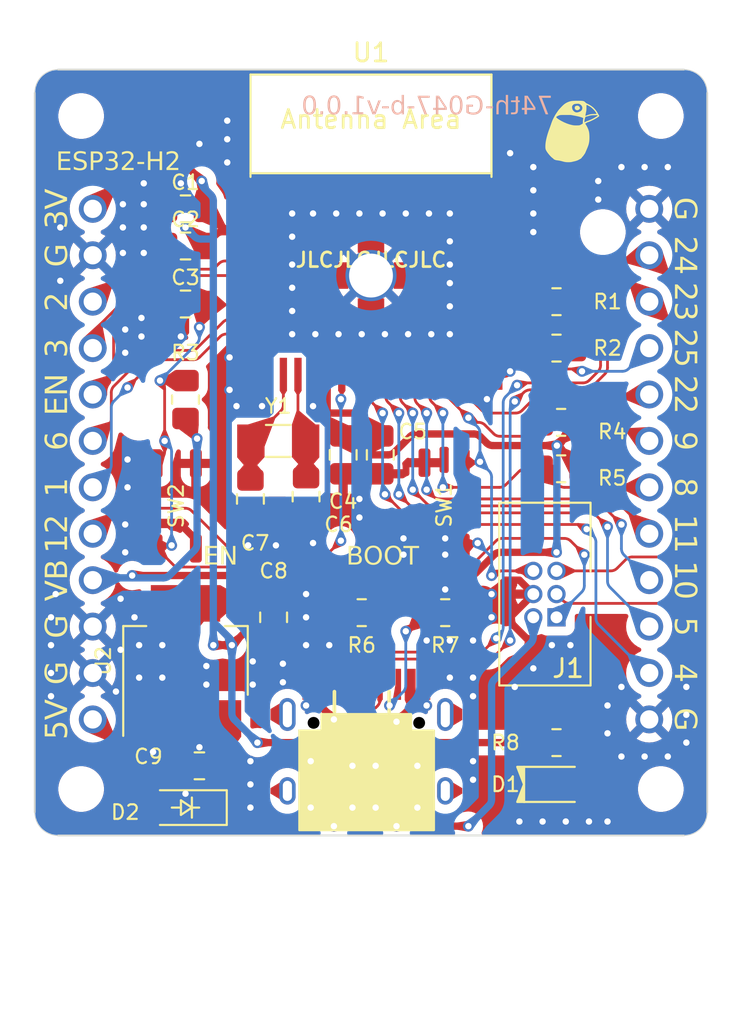
<source format=kicad_pcb>
(kicad_pcb (version 20240108) (generator "pcbnew") (generator_version "8.0")
  (title_block (title "ESP32-H2-MINI-1 DevBoard B") (rev "v1.0.0") (company "Atsushi Morimoto (@74th)"))
  (layers (0 "F.Cu" signal) (31 "B.Cu" signal) (34 "B.Paste" user) (35 "F.Paste" user) (36 "B.SilkS" user "B.Silkscreen") (37 "F.SilkS" user "F.Silkscreen") (38 "B.Mask" user) (39 "F.Mask" user) (44 "Edge.Cuts" user))
  (net 0 "")
  (net 1 "+3V3")
  (net 2 "GND")
  (net 3 "/GPIO2")
  (net 4 "Net-(D2-K)")
  (net 5 "/GPIO13-XTAL")
  (net 6 "/GPIO14-XTAL")
  (net 7 "/EN")
  (net 8 "VBAT")
  (net 9 "Net-(D1-A)")
  (net 10 "/GPIO24")
  (net 11 "+5V")
  (net 12 "/GPIO9")
  (net 13 "/GPIO23")
  (net 14 "/USB_DP")
  (net 15 "/USB_DM")
  (net 16 "Net-(J2-CC1)")
  (net 17 "Net-(J2-CC2)")
  (net 18 "/GPIO25")
  (net 19 "Net-(U1-GPIO27{slash}FSPICS5{slash}USB_D+)")
  (net 20 "Net-(U1-GPIO26{slash}FSPICS4{slash}USB_D-)")
  (net 21 "/GPIO8")
  (net 23 "/GPIO1")
  (net 25 "/GPIO5")
  (net 26 "/GPIO4")
  (net 27 "/GPIO11")
  (net 28 "/GPIO12")
  (net 30 "/GPIO0")
  (net 35 "/GPIO22")
  (net 36 "/GPIO3")
  (net 39 "/GPIO10")
  (footprint "74th:PinOut_Pin_12" (layer "F.Cu") (at 160.02 34.29 -90)
    (property "Reference" "CH2" (hide yes))
    (property "Value" "Pin_13" (hide yes))
  )
  (footprint "74th:Hole_M2_2.0" (layer "F.Cu") (at 128.905 66.04)
    (property "Reference" "M5" (hide yes))
    (property "Value" "Hole_M2_2.0" (hide yes))
  )
  (footprint "74th:Capacitor_0805_2012" (layer "F.Cu") (at 134.62 36.322 180)
    (property "Reference" "C2")
    (property "Value" "0.1u" (hide yes))
  )
  (footprint "74th:Hole_M2_2.0" (layer "F.Cu") (at 132.08 45.72)
    (property "Reference" "M4" (hide yes))
    (property "Value" "Hole_M2_2.0" (hide yes))
  )
  (footprint "74th:Package_SOD123W" (layer "F.Cu") (at 134.62 67.056 180)
    (property "Reference" "D2")
    (property "Value" "PMEG2010ER,115")
  )
  (footprint "74th:Capacitor_0805_2012" (layer "F.Cu") (at 145.288 47.752 -90)
    (property "Reference" "C5")
    (property "Value" "10u" (hide yes))
  )
  (footprint "74th:PinOut_Pin_12" (layer "F.Cu") (at 129.54 34.29 -90)
    (property "Reference" "CH1" (hide yes))
    (property "Value" "Pin_13" (hide yes))
  )
  (footprint "74th:Connector_BoxPinHeader_2x03_P1.27mm" (layer "F.Cu") (at 154.305 55.372 180)
    (property "Reference" "J1")
    (property "Value" "ESP-Prog-ProgramCOM_RECV" (hide yes))
  )
  (footprint "74th:Logo_74th_4mm" (layer "F.Cu") (at 155.702 30.226)
    (property "Reference" "MISC-ICON" (hide yes))
    (property "Value" "LOGO" (hide yes))
  )
  (footprint "$74th:JLCJLCJLCJLC" (layer "F.Cu") (at 144.78 37.084)
    (property "Reference" "REF**" (hide yes))
    (property "Value" "JLCJLCJLCJLC")
  )
  (footprint "74th:Package_SOT-223-3" (layer "F.Cu") (at 134.62 59.03 90)
    (property "Reference" "U2")
    (property "Value" "AMS1117" (hide yes))
  )
  (footprint "74th:Switch_SKRPABE010" (layer "F.Cu") (at 148.785 50.507 -90)
    (property "Reference" "SW1")
    (property "Value" "SW_Push" (hide yes))
  )
  (footprint "74th:Register_0805_2012" (layer "F.Cu") (at 154.94 39.37)
    (property "Reference" "R1")
    (property "Value" "10" (hide yes))
  )
  (footprint "74th:Capacitor_0805_2012" (layer "F.Cu") (at 134.62 34.29 180)
    (property "Reference" "C1")
    (property "Value" "10u" (hide yes))
  )
  (footprint "74th:Register_0805_2012" (layer "F.Cu") (at 155.194 48.514 180)
    (property "Reference" "R5")
    (property "Value" "10k" (hide yes))
  )
  (footprint "74th:Register_0805_2012" (layer "F.Cu") (at 134.62 44.7255 90)
    (property "Reference" "R3")
    (property "Value" "10k" (hide yes))
  )
  (footprint "74th:Hole_M2_2.0" (layer "F.Cu") (at 160.655 66.04)
    (property "Reference" "M6" (hide yes))
    (property "Value" "Hole_M2_2.0" (hide yes))
  )
  (footprint "74th:Hole_M2_2.0" (layer "F.Cu") (at 157.48 35.56)
    (property "Reference" "M3" (hide yes))
    (property "Value" "Hole_M2_2.0" (hide yes))
  )
  (footprint "74th:LED_0805_2012" (layer "F.Cu") (at 154.94 65.786)
    (property "Reference" "D1")
    (property "Value" "Blue" (hide yes))
  )
  (footprint "74th:Crystal_SMD_3215-2Pin_3.2x1.5mm" (layer "F.Cu") (at 139.7 46.99)
    (property "Reference" "Y1")
    (property "Value" "32k")
  )
  (footprint "74th:Register_0805_2012" (layer "F.Cu") (at 144.272 56.388 180)
    (property "Reference" "R6")
    (property "Value" "5.1k" (hide yes))
  )
  (footprint "74th:Register_0805_2012" (layer "F.Cu") (at 154.94 41.91)
    (property "Reference" "R2")
    (property "Value" "10" (hide yes))
  )
  (footprint "PCM_Espressif:ESP32-C3-MINI-1_HandSoldering" (layer "F.Cu") (at 144.78 37.94)
    (property "Reference" "U1")
    (property "Value" "ESP32-H2-MINI-1")
  )
  (footprint "74th:Capacitor_0805_2012" (layer "F.Cu") (at 138.176 50.165 90)
    (property "Reference" "C7")
    (property "Value" "12p" (hide yes))
  )
  (footprint "74th:Connector_USB-C-Receptacle_SMT_12-Pin_Simple" (layer "F.Cu") (at 144.526 66.04)
    (property "Reference" "J2" (hide yes))
    (property "Value" "USB2.0-C_SMT")
  )
  (footprint "74th:Hole_M2_2.0" (layer "F.Cu") (at 160.655 29.21)
    (property "Reference" "M2" (hide yes))
    (property "Value" "Hole_M2_2.0" (hide yes))
  )
  (footprint "74th:Register_0805_2012" (layer "F.Cu") (at 155.194 45.974 180)
    (property "Reference" "R4")
    (property "Value" "10k" (hide yes))
  )
  (footprint "74th:Capacitor_0805_2012" (layer "F.Cu") (at 134.62 39.497 180)
    (property "Reference" "C3")
    (property "Value" "1u" (hide yes))
  )
  (footprint "74th:Register_0805_2012" (layer "F.Cu") (at 154.94 63.5)
    (property "Reference" "R8")
    (property "Value" "10k" (hide yes))
  )
  (footprint "74th:Switch_SKRPABE010" (layer "F.Cu") (at 134.112 50.546 90)
    (property "Reference" "SW2")
    (property "Value" "SW_Push" (hide yes))
  )
  (footprint "74th:Hole_M2_2.0" (layer "F.Cu") (at 128.905 29.21)
    (property "Reference" "M1" (hide yes))
    (property "Value" "Hole_M2_2.0" (hide yes))
  )
  (footprint "74th:Capacitor_0805_2012" (layer "F.Cu") (at 135.382 64.77 180)
    (property "Reference" "C9")
    (property "Value" "10u" (hide yes))
  )
  (footprint "74th:Register_0805_2012" (layer "F.Cu") (at 148.844 56.388)
    (property "Reference" "R7")
    (property "Value" "5.1k" (hide yes))
  )
  (footprint "74th:Capacitor_0805_2012" (layer "F.Cu") (at 141.224 50.038 90)
    (property "Reference" "C6")
    (property "Value" "12p" (hide yes))
  )
  (footprint "74th:Capacitor_0805_2012" (layer "F.Cu") (at 143.256 47.752 -90)
    (property "Reference" "C4")
    (property "Value" "0.1u" (hide yes))
  )
  (footprint "74th:Capacitor_0805_2012" (layer "F.Cu") (at 139.446 56.642 -90)
    (property "Reference" "C8")
    (property "Value" "10u" (hide yes))
  )
  (gr_arc (start 163.195 67.31) (mid 162.823026 68.208026) (end 161.925 68.58) (stroke (width 0.05)) (layer "Edge.Cuts"))
  (gr_arc (start 126.365 27.94) (mid 126.736974 27.041974) (end 127.635 26.67) (stroke (width 0.05)) (layer "Edge.Cuts"))
  (gr_line (start 126.365 27.94) (end 126.365 67.31) (stroke (width 0.1)) (layer "Edge.Cuts"))
  (gr_line (start 127.635 68.58) (end 161.925 68.58) (stroke (width 0.1)) (layer "Edge.Cuts"))
  (gr_arc (start 127.635 68.58) (mid 126.736974 68.208026) (end 126.365 67.31) (stroke (width 0.05)) (layer "Edge.Cuts"))
  (gr_line (start 161.925 26.67) (end 127.635 26.67) (stroke (width 0.1)) (layer "Edge.Cuts"))
  (gr_arc (start 161.925 26.67) (mid 162.823026 27.041974) (end 163.195 27.94) (stroke (width 0.05)) (layer "Edge.Cuts"))
  (gr_line (start 163.195 27.94) (end 163.195 67.31) (stroke (width 0.1)) (layer "Edge.Cuts"))
  (gr_text "74th-G047-b-v1.0.0" (at 140.97 28.702 0) (layer "B.SilkS") (effects (font (size 1 1) (thickness 0.12)) (justify right mirror)))
  (gr_text "25" (at 161.925 41.91 270) (layer "F.SilkS") (effects (font (size 1.2 1.2) (thickness 0.12))))
  (gr_text "3" (at 127.635 41.91 90) (layer "F.SilkS") (effects (font (size 1.2 1.2) (thickness 0.12))))
  (gr_text "24" (at 161.925 36.83 270) (layer "F.SilkS") (effects (font (size 1.2 1.2) (thickness 0.12))))
  (gr_text "G" (at 127.635 36.83 90) (layer "F.SilkS") (effects (font (size 1.2 1.2) (thickness 0.12))))
  (gr_text "3V" (at 127.635 34.29 90) (layer "F.SilkS") (effects (font (size 1.2 1.2) (thickness 0.12))))
  (gr_text "VB" (at 127.635 54.61 90) (layer "F.SilkS") (effects (font (size 1.2 1.2) (thickness 0.12))))
  (gr_text "EN" (at 136.525 53.34 0) (layer "F.SilkS") (effects (font (size 1 1) (thickness 0.12))))
  (gr_text "23" (at 161.925 39.37 270) (layer "F.SilkS") (effects (font (size 1.2 1.2) (thickness 0.12))))
  (gr_text "6" (at 127.635 46.99 90) (layer "F.SilkS") (effects (font (size 1.2 1.2) (thickness 0.12))))
  (gr_text "11" (at 161.925 52.07 270) (layer "F.SilkS") (effects (font (size 1.2 1.2) (thickness 0.12))))
  (gr_text "EN" (at 127.635 44.45 90) (layer "F.SilkS") (effects (font (size 1.2 1.2) (thickness 0.12))))
  (gr_text "G" (at 161.925 34.29 270) (layer "F.SilkS") (effects (font (size 1.2 1.2) (thickness 0.12))))
  (gr_text "12" (at 127.635 52.07 90) (layer "F.SilkS") (effects (font (size 1.2 1.2) (thickness 0.12))))
  (gr_text "G" (at 161.925 62.23 270) (layer "F.SilkS") (effects (font (size 1.2 1.2) (thickness 0.12))))
  (gr_text "5" (at 161.925 57.15 270) (layer "F.SilkS") (effects (font (size 1.2 1.2) (thickness 0.12))))
  (gr_text "BOOT" (at 145.415 53.34 0) (layer "F.SilkS") (effects (font (size 1 1) (thickness 0.12))))
  (gr_text "2" (at 127.635 39.37 90) (layer "F.SilkS") (effects (font (size 1.2 1.2) (thickness 0.12))))
  (gr_text "5V" (at 127.635 62.23 90) (layer "F.SilkS") (effects (font (size 1.2 1.2) (thickness 0.12))))
  (gr_text "22" (at 161.925 44.45 270) (layer "F.SilkS") (effects (font (size 1.2 1.2) (thickness 0.12))))
  (gr_text "G" (at 127.635 57.15 90) (layer "F.SilkS") (effects (font (size 1.2 1.2) (thickness 0.12))))
  (gr_text "ESP32-H2" (at 134.366 31.75 0) (layer "F.SilkS") (effects (font (size 1 1) (thickness 0.12)) (justify right)))
  (gr_text "1" (at 127.635 49.53 90) (layer "F.SilkS") (effects (font (size 1.2 1.2) (thickness 0.12))))
  (gr_text "10" (at 161.925 54.61 270) (layer "F.SilkS") (effects (font (size 1.2 1.2) (thickness 0.12))))
  (gr_text "9" (at 161.925 46.99 270) (layer "F.SilkS") (effects (font (size 1.2 1.2) (thickness 0.12))))
  (gr_text "4" (at 161.925 59.69 270) (layer "F.SilkS") (effects (font (size 1.2 1.2) (thickness 0.12))))
  (gr_text "8" (at 161.925 49.53 270) (layer "F.SilkS") (effects (font (size 1.2 1.2) (thickness 0.12))))
  (gr_text "G" (at 127.635 59.69 90) (layer "F.SilkS") (effects (font (size 1.2 1.2) (thickness 0.12))))
  (segment (start 134.031893 31.496) (end 132.541107 31.496) (width 0.4) (layer "F.Cu") (net 1))
  (segment (start 134.6415 35.306) (end 135.6575 36.322) (width 0.4) (layer "F.Cu") (net 1))
  (segment (start 138.38 35.54) (end 136.646607 35.54) (width 0.4) (layer "F.Cu") (net 1))
  (segment (start 135.509 32.766) (end 135.509 33.934393) (width 0.4) (layer "F.Cu") (net 1))
  (segment (start 136.293053 35.686447) (end 135.6575 36.322) (width 0.4) (layer "F.Cu") (net 1))
  (segment (start 134.62 35.306) (end 134.6415 35.306) (width 0.4) (layer "F.Cu") (net 1))
  (segment (start 139.446 55.6045) (end 139.446 55.672893) (width 0.4) (layer "F.Cu") (net 1))
  (segment (start 139.299553 56.026447) (end 137.16 58.166) (width 0.4) (layer "F.Cu") (net 1))
  (segment (start 135.655447 34.287947) (end 135.6575 34.29) (width 0.4) (layer "F.Cu") (net 1))
  (segment (start 136.761053 35.393553) (end 135.6575 34.29) (width 0.4) (layer "F.Cu") (net 1))
  (segment (start 135.509 32.766) (end 134.385446 31.642446) (width 0.4) (layer "F.Cu") (net 1))
  (segment (start 137.16 58.166) (end 136.144 58.166) (width 0.4) (layer "F.Cu") (net 1))
  (segment (start 134.706053 55.793947) (end 134.62 55.88) (width 0.4) (layer "F.Cu") (net 1))
  (segment (start 135.6575 36.322) (end 135.636 36.322) (width 0.4) (layer "F.Cu") (net 1))
  (segment (start 139.446 55.6475) (end 135.059607 55.6475) (width 0.4) (layer "F.Cu") (net 1))
  (segment (start 134.62 62.18) (end 134.62 55.88) (width 0.4) (layer "F.Cu") (net 1))
  (segment (start 138.38 35.54) (end 137.114607 35.54) (width 0.4) (layer "F.Cu") (net 1))
  (segment (start 138.557 63.5) (end 153.9025 63.5) (width 0.4) (layer "F.Cu") (net 1))
  (segment (start 132.187553 31.642447) (end 129.54 34.29) (width 0.4) (layer "F.Cu") (net 1))
  (via (at 138.557 63.5) (size 0.6) (drill 0.35) (layers "F.Cu" "B.Cu") (net 1))
  (via (at 134.62 35.306) (size 0.6) (drill 0.35) (layers "F.Cu" "B.Cu") (net 1))
  (via (at 135.509 32.766) (size 0.6) (drill 0.35) (layers "F.Cu" "B.Cu") (net 1))
  (via (at 136.144 58.166) (size 0.6) (drill 0.35) (layers "F.Cu" "B.Cu") (net 1))
  (via (at 137.16 58.166) (size 0.6) (drill 0.35) (layers "F.Cu" "B.Cu") (net 1))
  (arc (start 134.385446 31.642446) (mid 134.223234 31.53406) (end 134.031893 31.496) (width 0.4) (layer "F.Cu") (net 1))
  (arc (start 135.059607 55.6475) (mid 134.868265 55.68556) (end 134.706053 55.793947) (width 0.4) (layer "F.Cu") (net 1))
  (arc (start 132.187553 31.642447) (mid 132.349765 31.53406) (end 132.541107 31.496) (width 0.4) (layer "F.Cu") (net 1))
  (arc (start 136.761053 35.393553) (mid 136.923265 35.50194) (end 137.114607 35.54) (width 0.4) (layer "F.Cu") (net 1))
  (arc (start 139.299553 56.026447) (mid 139.40794 55.864235) (end 139.446 55.672893) (width 0.4) (layer "F.Cu") (net 1))
  (arc (start 136.293053 35.686447) (mid 136.455265 35.57806) (end 136.646607 35.54) (width 0.4) (layer "F.Cu") (net 1))
  (arc (start 135.655447 34.287947) (mid 135.54706 34.125735) (end 135.509 33.934393) (width 0.4) (layer "F.Cu") (net 1))
  (segment (start 136.144 56.896) (end 137.013554 57.765554) (width 0.4) (layer "B.Cu") (net 1))
  (segment (start 135.509 32.766) (end 135.509 32.812893) (width 0.4) (layer "B.Cu") (net 1))
  (segment (start 136.144 35.941) (end 135.462107 35.941) (width 0.4) (layer "B.Cu") (net 1))
  (segment (start 136.144 58.166) (end 136.144 56.896) (width 0.4) (layer "B.Cu") (net 1))
  (segment (start 136.144 56.896) (end 136.144 35.941) (width 0.4) (layer "B.Cu") (net 1))
  (segment (start 138.557 63.5) (end 137.306446 62.249446) (width 0.4) (layer "B.Cu") (net 1))
  (segment (start 137.16 61.895893) (end 137.16 58.166) (width 0.4) (layer "B.Cu") (net 1))
  (segment (start 137.16 58.119107) (end 137.16 58.166) (width 0.4) (layer "B.Cu") (net 1))
  (segment (start 135.655447 33.166447) (end 135.997554 33.508554) (width 0.4) (layer "B.Cu") (net 1))
  (segment (start 136.144 35.941) (end 136.144 33.862107) (width 0.4) (layer "B.Cu") (net 1))
  (segment (start 135.108553 35.794553) (end 134.62 35.306) (width 0.4) (layer "B.Cu") (net 1))
  (arc (start 137.306446 62.249446) (mid 137.19806 62.087234) (end 137.16 61.895893) (width 0.4) (layer "B.Cu") (net 1))
  (arc (start 136.144 33.862107) (mid 136.10594 33.670766) (end 135.997554 33.508554) (width 0.4) (layer "B.Cu") (net 1))
  (arc (start 137.013554 57.765554) (mid 137.12194 57.927766) (end 137.16 58.119107) (width 0.4) (layer "B.Cu") (net 1))
  (arc (start 135.108553 35.794553) (mid 135.270765 35.90294) (end 135.462107 35.941) (width 0.4) (layer "B.Cu") (net 1))
  (arc (start 135.655447 33.166447) (mid 135.54706 33.004235) (end 135.509 32.812893) (width 0.4) (layer "B.Cu") (net 1))
  (segment (start 134.3445 64.77) (end 133.604 64.77) (width 0.4) (layer "F.Cu") (net 2))
  (segment (start 141.685107 55.118) (end 148.844 55.118) (width 0.4) (layer "F.Cu") (net 2))
  (segment (start 147.726 59.538) (end 147.828 59.436) (width 0.4) (layer "F.Cu") (net 2))
  (segment (start 153.67 55.372) (end 152.4 56.642) (width 0.4) (layer "F.Cu") (net 2))
  (segment (start 141.58 45.06) (end 141.605 45.085) (width 0.4) (layer "F.Cu") (net 2))
  (segment (start 141.726447 41.661553) (end 141.732 41.656) (width 0.4) (layer "F.Cu") (net 2))
  (segment (start 157.179107 61.468) (end 157.734 61.468) (width 0.4) (layer "F.Cu") (net 2))
  (segment (start 133.985 39.497) (end 134.62 40.132) (width 0.4) (layer "F.Cu") (net 2))
  (segment (start 141.58 43.34) (end 141.58 42.015107) (width 0.4) (layer "F.Cu") (net 2))
  (segment (start 141.58 43.34) (end 141.58 45.06) (width 0.4) (layer "F.Cu") (net 2))
  (segment (start 152.146 54.61) (end 151.384 55.372) (width 0.4) (layer "F.Cu") (net 2))
  (segment (start 134.3445 64.77) (end 134.3445 66.0185) (width 0.4) (layer "F.Cu") (net 2))
  (segment (start 133.5825 39.497) (end 132.969 39.497) (width 0.4) (layer "F.Cu") (net 2))
  (segment (start 141.326 60.31) (end 141.326 59.334) (width 0.4) (layer "F.Cu") (net 2))
  (segment (start 133.5825 39.497) (end 133.985 39.497) (width 0.4) (layer "F.Cu") (net 2))
  (segment (start 134.3445 66.0185) (end 134.62 66.294) (width 0.4) (layer "F.Cu") (net 2))
  (segment (start 147.828 59.436) (end 148.59 59.436) (width 0.4) (layer "F.Cu") (net 2))
  (segment (start 149.8815 55.1395) (end 149.86 55.118) (width 0.4) (layer "F.Cu") (net 2))
  (segment (start 147.726 61.366) (end 147.828 61.468) (width 0.4) (layer "F.Cu") (net 2))
  (segment (start 152.292447 56.788447) (end 156.825554 61.321554) (width 0.4) (layer "F.Cu") (net 2))
  (segment (start 141.224 55.372) (end 141.331554 55.264446) (width 0.4) (layer "F.Cu") (net 2))
  (segment (start 133.604 64.77) (end 132.842 64.008) (width 0.4) (layer "F.Cu") (net 2))
  (segment (start 152.908 54.61) (end 152.146 54.61) (width 0.4) (layer "F.Cu") (net 2))
  (segment (start 149.8815 56.388) (end 149.8815 55.1395) (width 0.4) (layer "F.Cu") (net 2))
  (segment (start 148.844 55.118) (end 149.86 55.118) (width 0.4) (layer "F.Cu") (net 2))
  (segment (start 141.326 59.334) (end 142.494 58.166) (width 0.4) (layer "F.Cu") (net 2))
  (segment (start 134.62 41.021) (end 134.366 41.275) (width 0.4) (layer "F.Cu") (net 2))
  (segment (start 141.326 61.366) (end 141.224 61.468) (width 0.4) (layer "F.Cu") (net 2))
  (segment (start 149.86 55.118) (end 150.922893 55.118) (width 0.4) (layer "F.Cu") (net 2))
  (segment (start 153.67 55.372) (end 152.908 54.61) (width 0.4) (layer "F.Cu") (net 2))
  (segment (start 132.969 39.497) (end 132.207 40.259) (width 0.4) (layer "F.Cu") (net 2))
  (segment (start 134.158893 51.562) (end 131.318 51.562) (width 0.4) (layer "F.Cu") (net 2))
  (segment (start 135.187 52.871) (end 135.187 52.590107) (width 0.4) (layer "F.Cu") (net 2))
  (segment (start 141.726447 40.993553) (end 142.805 39.915) (width 0.4) (layer "F.Cu") (net 2))
  (segment (start 151.384 56.642) (end 151.938893 56.642) (width 0.4) (layer "F.Cu") (net 2))
  (segment (start 148.59 59.436) (end 149.098 59.944) (width 0.4) (layer "F.Cu") (net 2))
  (segment (start 135.040553 52.236553) (end 134.512446 51.708446) (width 0.4) (layer "F.Cu") (net 2))
  (segment (start 135.382 63.754) (end 134.366 64.77) (width 0.4) (layer "F.Cu") (net 2))
  (segment (start 141.58 41.504) (end 141.58 41.347107) (width 0.4) (layer "F.Cu") (net 2))
  (segment (start 147.726 60.31) (end 147.726 61.366) (width 0.4) (layer "F.Cu") (net 2))
  (segment (start 134.62 40.132) (end 134.62 41.021) (width 0.4) (layer "F.Cu") (net 2))
  (segment (start 151.13 43.34) (end 152.032893 43.34) (width 0.4) (layer "F.Cu") (net 2))
  (segment (start 151.13 44.704) (end 151.13 43.34) (width 0.4) (layer "F.Cu") (net 2))
  (segment (start 151.276447 55.264447) (end 151.384 55.372) (width 0.4) (layer "F.Cu") (net 2))
  (segment (start 141.732 41.656) (end 141.58 41.504) (width 0.4) (layer "F.Cu") (net 2))
  (segment (start 152.386447 43.193553) (end 152.4 43.18) (width 0.4) (layer "F.Cu") (net 2))
  (segment (start 134.366 64.77) (end 134.3445 64.77) (width 0.4) (layer "F.Cu") (net 2))
  (segment (start 141.326 60.31) (end 141.326 61.366) (width 0.4) (layer "F.Cu") (net 2))
  (segment (start 152.4 56.642) (end 151.384 56.642) (width 0.4) (layer "F.Cu") (net 2))
  (segment (start 147.726 60.31) (end 147.726 59.538) (width 0.4) (layer "F.Cu") (net 2))
  (via (at 132.207 41.275) (size 0.6) (drill 0.35) (layers "F.Cu" "B.Cu") (net 2))
  (via (at 146.812 41.148) (size 0.6) (drill 0.35) (layers "F.Cu" "B.Cu") (net 2))
  (via (at 162.052 63.5) (size 0.6) (drill 0.35) (layers "F.Cu" "B.Cu") (net 2))
  (via (at 153.67 32.004) (size 0.6) (drill 0.35) (layers "F.Cu" "B.Cu") (net 2))
  (via (at 152.4 43.18) (size 0.6) (drill 0.35) (layers "F.Cu" "B.Cu") (net 2))
  (via (at 156.718 67.818) (size 0.6) (drill 0.35) (layers "F.Cu" "B.Cu") (net 2))
  (via (at 143.764 64.77) (size 0.6) (drill 0.35) (layers "F.Cu" "B.Cu") (net 2))
  (via (at 135.382 30.734) (size 0.6) (drill 0.35) (layers "F.Cu" "B.Cu") (net 2))
  (via (at 146.558 52.324) (size 0.6) (drill 0.35) (layers "F.Cu" "B.Cu") (net 2))
  (via (at 133.35 59.944) (size 0.6) (drill 0.35) (layers "F.Cu" "B.Cu") (net 2))
  (via (at 141.478 64.516) (size 0.6) (drill 0.35) (layers "F.Cu" "B.Cu") (net 2))
  (via (at 127.254 60.96) (size 0.6) (drill 0.35) (layers "F.Cu" "B.Cu") (net 2))
  (via (at 131.318 42.164) (size 0.6) (drill 0.35) (layers "F.Cu" "B.Cu") (net 2))
  (via (at 158.496 60.452) (size 0.6) (drill 0.35) (layers "F.Cu" "B.Cu") (net 2))
  (via (at 158.496 32.004) (size 0.6) (drill 0.35) (layers "F.Cu" "B.Cu") (net 2))
  (via (at 147.955 34.544) (size 0.6) (drill 0.35) (layers "F.Cu" "B.Cu") (net 2))
  (via (at 132.207 40.259) (size 0.6) (drill 0.35) (layers "F.Cu" "B.Cu") (net 2))
  (via (at 140.462 35.814) (size 0.6) (drill 0.35) (layers "F.Cu" "B.Cu") (net 2))
  (via (at 145.034 67.056) (size 0.6) (drill 0.35) (layers "F.Cu" "B.Cu") (net 2))
  (via (at 147.32 64.77) (size 0.6) (drill 0.35) (layers "F.Cu" "B.Cu") (net 2))
  (via (at 153.67 34.544) (size 0.6) (drill 0.35) (layers "F.Cu" "B.Cu") (net 2))
  (via (at 147.32 67.056) (size 0.6) (drill 0.35) (layers "F.Cu" "B.Cu") (net 2))
  (via (at 155.448 67.818) (size 0.6) (drill 0.35) (layers "F.Cu" "B.Cu") (net 2))
  (via (at 157.734 61.468) (size 0.6) (drill 0.35) (layers "F.Cu" "B.Cu") (net 2))
  (via (at 135.763 60.325) (size 0.6) (drill 0.35) (layers "F.Cu" "B.Cu") (net 2))
  (via (at 157.734 67.818) (size 0.6) (drill 0.35) (layers "F.Cu" "B.Cu") (net 2))
  (via (at 141.605 45.085) (size 0.6) (drill 0.35) (layers "F.Cu" "B.Cu") (net 2))
  (via (at 147.828 61.468) (size 0.6) (drill 0.35) (layers "F.Cu" "B.Cu") (net 2))
  (via (at 131.318 51.562) (size 0.6) (drill 0.35) (layers "F.Cu" "B.Cu") (net 2))
  (via (at 131.191 34.036) (size 0.6) (drill 0.35) (layers "F.Cu" "B.Cu") (net 2))
  (via (at 138.303 59.055) (size 0.6) (drill 0.35) (layers "F.Cu" "B.Cu") (net 2))
  (via (at 132.08 59.944) (size 0.6) (drill 0.35) (layers "F.Cu" "B.Cu") (net 2))
  (via (at 135.763 59.309) (size 0.6) (drill 0.35) (layers "F.Cu" "B.Cu") (net 2))
  (via (at 162.052 60.452) (size 0.6) (drill 0.35) (layers "F.Cu" "B.Cu") (net 2))
  (via (at 140.462 38.608) (size 0.6) (drill 0.35) (layers "F.Cu" "B.Cu") (net 2))
  (via (at 131.318 53.086) (size 0.6) (drill 0.35) (layers "F.Cu" "B.Cu") (net 2))
  (via (at 140.462 37.338) (size 0.6) (drill 0.35) (layers "F.Cu" "B.Cu") (net 2))
  (via (at 131.445 49.53) (size 0.6) (drill 0.35) (layers "F.Cu" "B.Cu") (net 2))
  (via (at 134.366 32.893) (size 0.6) (drill 0.35) (layers "F.Cu" "B.Cu") (net 2))
  (via (at 150.368 57.912) (size 0.6) (drill 0.35) (layers "F.Cu" "B.Cu") (net 2))
  (via (at 149.098 59.944) (size 0.6) (drill 0.35) (layers "F.Cu" "B.Cu") (net 2))
  (via (at 134.62 66.294) (size 0.6) (drill 0.35) (layers "F.Cu" "B.Cu") (net 2))
  (via (at 138.303 60.325) (size 0.6) (drill 0.35) (layers "F.Cu" "B.Cu") (net 2))
  (via (at 141.224 61.468) (size 0.6) (drill 0.35) (layers "F.Cu" "B.Cu") (net 2))
  (via (at 149.098 36.068) (size 0.6) (drill 0.35) (layers "F.Cu" "B.Cu") (net 2))
  (via (at 153.67 35.56) (size 0.6) (drill 0.35) (layers "F.Cu" "B.Cu") (net 2))
  (via (at 134.366 41.275) (size 0.6) (drill 0.35) (layers "F.Cu" "B.Cu") (net 2))
  (via (at 149.098 57.912) (size 0.6) (drill 0.35) (layers "F.Cu" "B.Cu") (net 2))
  (via (at 144.145 34.544) (size 0.6) (drill 0.35) (layers "F.Cu" "B.Cu") (net 2))
  (via (at 139.573 52.705) (size 0.6) (drill 0.35) (layers "F.Cu" "B.Cu") (net 2))
  (via (at 157.226 32.766) (size 0.6) (drill 0.35) (layers "F.Cu" "B.Cu") (net 2))
  (via (at 132.842 64.008) (size 0.6) (drill 0.35) (layers "F.Cu" "B.Cu") (net 2))
  (via (at 143.764 67.056) (size 0.6) (drill 0.35) (layers "F.Cu" "B.Cu") (net 2))
  (via (at 149.098 38.354) (size 0.6) (drill 0.35) (layers "F.Cu" "B.Cu") (net 2))
  (via (at 144.272 41.148) (size 0.6) (drill 0.35) (layers "F.Cu" "B.Cu") (net 2))
  (via (at 148.844 53.213) (size 0.6) (drill 0.35) (layers "F.Cu" "B.Cu") (net 2))
  (via (at 151.384 56.642) (size 0.6) (drill 0.35) (layers "F.Cu" "B.Cu") (net 2))
  (via (at 146.558 53.213) (size 0.6) (drill 0.35) (layers "F.Cu" "B.Cu") (net 2))
  (via (at 144.145 51.181) (size 0.6) (drill 0.35) (layers "F.Cu" "B.Cu") (net 2))
  (via (at 138.176 65.786) (size 0.6) (drill 0.35) (layers "F.Cu" "B.Cu") (net 2))
  (via (at 149.098 34.544) (size 0.6) (drill 0.35) (layers "F.Cu" "B.Cu") (net 2))
  (via (at 149.098 37.338) (size 0.6) (drill 0.35) (layers "F.Cu" "B.Cu") (net 2))
  (via (at 145.415 34.544) (size 0.6) (drill 0.35) (layers "F.Cu" "B.Cu") (net 2))
  (via (at 131.064 55.626) (size 0.6) (drill 0.35) (layers "F.Cu" "B.Cu") (net 2))
  (via (at 150.368 60.96) (size 0.6) (drill 0.35) (layers "F.Cu" "B.Cu") (net 2))
  (via (at 142.875 34.544) (size 0.6) (drill 0.35) (layers "F.Cu" "B.Cu") (net 2))
  (via (at 155.702 58.166) (size 0.6) (drill 0.35) (layers "F.Cu" "B.Cu") (net 2))
  (via (at 162.052 61.976) (size 0.6) (drill 0.35) (layers "F.Cu" "B.Cu") (net 2))
  (via (at 149.098 41.148) (size 0.6) (drill 0.35) (layers "F.Cu" "B.Cu") (net 2))
  (via (at 150.368 59.944) (size 0.6) (drill 0.35) (layers "F.Cu" "B.Cu") (net 2))
  (via (at 151.13 44.704) (size 0.6) (drill 0.35) (layers "F.Cu" "B.Cu") (net 2))
  (via (at 140.462 41.148) (size 0.6) (drill 0.35) (layers "F.Cu" "B.Cu") (net 2))
  (via (at 159.766 32.004) (size 0.6) (drill 0.35) (layers "F.Cu" "B.Cu") (net 2))
  (via (at 131.826 56.642) (size 0.6) (drill 0.35) (layers "F.Cu" "B.Cu") (net 2))
  (via (at 161.036 64.262) (size 0.6) (drill 0.35) (layers "F.Cu" "B.Cu") (net 2))
  (via (at 154.178 67.818) (size 0.6) (drill 0.35) (layers "F.Cu" "B.Cu") (net 2))
  (via (at 131.064 58.42) (size 0.6) (drill 0.35) (layers "F.Cu" "B.Cu") (net 2))
  (via (at 127.254 59.69) (size 0.6) (drill 0.35) (layers "F.Cu" "B.Cu") (net 2))
  (via (at 127.508 55.372) (size 0.6) (drill 0.35) (layers "F.Cu" "B.Cu") (net 2))
  (via (at 149.098 39.624) (size 0.6) (drill 0.35) (layers "F.Cu" "B.Cu") (net 2))
  (via (at 141.605 52.578) (size 0.6) (drill 0.35) (layers "F.Cu" "B.Cu") (net 2))
  (via (at 131.191 35.306) (size 0.6) (drill 0.35) (layers "F.Cu" "B.Cu") (net 2))
  (via (at 131.191 36.703) (size 0.6) (drill 0.35) (layers "F.Cu" "B.Cu") (net 2))
  (via (at 153.67 33.274) (size 0.6) (drill 0.35) (layers "F.Cu" "B.Cu") (net 2))
  (via (at 137.033 42.418) (size 0.6) (drill 0.35) (layers "F.Cu" "B.Cu") (net 2))
  (via (at 136.906 30.48) (size 0.6) (drill 0.35) (layers "F.Cu" "B.Cu") (net 2))
  (via (at 152.908 67.818) (size 0.6) (drill 0.35) (layers "F.Cu" "B.Cu") (net 2))
  (via (at 127.254 58.166) (size 0.6) (drill 0.35) (layers "F.Cu" "B.Cu") (net 2))
  (via (at 132.334 32.893) (size 0.6) (drill 0.35) (layers "F.Cu" "B.Cu") (net 2))
  (via (at 152.4 31.242) (size 0.6) (drill 0.35) (layers "F.Cu" "B.Cu") (net 2))
  (via (at 141.224 55.372) (size 0.6) (drill 0.35) (layers "F.Cu" "B.Cu") (net 2))
  (via (at 141.224 58.166) (size 0.6) (drill 0.35) (layers "F.Cu" "B.Cu") (net 2))
  (via (at 157.734 62.992) (size 0.6) (drill 0.35) (layers "F.Cu" "B.Cu") (net 2))
  (via (at 130.81 60.706) (size 0.6) (drill 0.35) (layers "F.Cu" "B.Cu") (net 2))
  (via (at 143.002 41.148) (size 0.6) (drill 0.35) (layers "F.Cu" "B.Cu") (net 2))
  (via (at 146.685 34.544) (size 0.6) (drill 0.35) (layers "F.Cu" "B.Cu") (net 2))
  (via (at 138.049 52.705) (size 0.6) (drill 0.35) (layers "F.Cu" "B.Cu") (net 2))
  (via (at 132.334 34.036) (size 0.6) (drill 0.35) (layers "F.Cu" "B.Cu") (net 2))
  (via (at 127.762 38.227) (size 0.6) (drill 0.35) (layers "F.Cu" "B.Cu") (net 2))
  (via (at 139.954 59.182) (size 0.6) (drill 0.35) (layers "F.Cu" "B.Cu") (net 2))
  (via (at 148.844 52.324) (size 0.6) (drill 0.35) (layers "F.Cu" "B.Cu") (net 2))
  (via (at 132.334 36.703) (size 0.6) (drill 0.35) (layers "F.Cu" "B.Cu") (net 2))
  (via (at 154.686 58.166) (size 0.6) (drill 0.35) (layers "F.Cu" "B.Cu") (net 2))
  (via (at 131.445 48.006) (size 0.6) (drill 0.35) (layers "F.Cu" "B.Cu") (net 2))
  (via (at 140.462 39.878) (size 0.6) (drill 0.35) (layers "F.Cu" "B.Cu") (net 2))
  (via (at 161.036 32.004) (size 0.6) (drill 0.35) (layers "F.Cu" "B.Cu") (net 2))
  (via (at 145.034 64.77) (size 0.6) (drill 0.35) (layers "F.Cu" "B.Cu") (net 2))
  (via (at 141.732 41.148) (size 0.6) (drill 0.35) (layers "F.Cu" "B.Cu") (net 2))
  (via (at 131.318 40.894) (size 0.6) (drill 0.35) (layers "F.Cu" "B.Cu") (net 2))
  (via (at 141.224 56.642) (size 0.6) (drill 0.35) (layers "F.Cu" "B.Cu") (net 2))
  (via (at 147.828 57.912) (size 0.6) (drill 0.35) (layers "F.Cu" "B.Cu") (net 2))
  (via (at 145.542 41.148) (size 0.6) (drill 0.35) (layers "F.Cu" "B.Cu") (net 2))
  (via (at 157.226 33.782) (size 0.6) (drill 0.35) (layers "F.Cu" "B.Cu") (net 2))
  (via (at 148.082 41.148) (size 0.6) (drill 0.35) (layers "F.Cu" "B.Cu") (net 2))
  (via (at 150.368 64.516) (size 0.6) (drill 0.35) (layers "F.Cu" "B.Cu") (net 2))
  (via (at 142.494 58.166) (size 0.6) (drill 0.35) (layers "F.Cu" "B.Cu") (net 2))
  (via (at 137.414 45.085) (size 0.6) (drill 0.35) (layers "F.Cu" "B.Cu") (net 2))
  (via (at 141.605 34.544) (size 0.6) (drill 0.35) (layers "F.Cu" "B.Cu") (net 2))
  (via (at 139.954 60.198) (size 0.6) (drill 0.35) (layers "F.Cu" "B.Cu") (net 2))
  (via (at 127.762 35.306) (size 0.6) (drill 0.35) (layers "F.Cu" "B.Cu") (net 2))
  (via (at 150.368 65.532) (size 0.6) (drill 0.35) (layers "F.Cu" "B.Cu") (net 2))
  (via (at 137.033 44.196) (size 0.6) (drill 0.35) (layers "F.Cu" "B.Cu") (net 2))
  (via (at 127.254 56.642) (size 0.6) (drill 0.35) (layers "F.Cu" "B.Cu") (net 2))
  (via (at 132.334 35.306) (size 0.6) (drill 0.35) (layers "F.Cu" "B.Cu") (net 2))
  (via (at 133.35 58.166) (size 0.6) (drill 0.35) (layers "F.Cu" "B.Cu") (net 2))
  (via (at 138.811 45.085) (size 0.6) (drill 0.35) (layers "F.Cu" "B.Cu") (net 2))
  (via (at 158.496 64.262) (size 0.6) (drill 0.35) (layers "F.Cu" "B.Cu") (net 2))
  (via (at 152.654 60.452) (size 0.6) (drill 0.35) (layers "F.Cu" "B.Cu") (net 2))
  (via (at 148.844 55.118) (size 0.6) (drill 0.35) (layers "F.Cu" "B.Cu") (net 2))
  (via (at 138.176 64.516) (size 0.6) (drill 0.35) (layers "F.Cu" "B.Cu") (net 2))
  (via (at 153.67 59.436) (size 0.6) (drill 0.35) (layers "F.Cu" "B.Cu") (net 2))
  (via (at 136.906 31.75) (size 0.6) (drill 0.35) (layers "F.Cu" "B.Cu") (net 2))
  (via (at 132.08 58.166) (size 0.6) (drill 0.35) (layers "F.Cu" "B.Cu") (net 2))
  (via (at 138.176 67.056) (size 0.6) (drill 0.35) (layers "F.Cu" "B.Cu") (net 2))
  (via (at 151.384 55.372) (size 0.6) (drill 0.35) (layers "F.Cu" "B.Cu") (net 2))
  (via (at 140.462 34.544) (size 0.6) (drill 0.35) (layers "F.Cu" "B.Cu") (net 2))
  (via (at 144.145 50.165) (size 0.6) (drill 0.35) (layers "F.Cu" "B.Cu") (net 2))
  (via (at 141.478 67.056) (size 0.6) (drill 0.35) (layers "F.Cu" "B.Cu") (net 2))
  (via (at 135.382 63.754) (size 0.6) (drill 0.35) (layers "F.Cu" "B.Cu") (net 2))
  (via (at 136.906 29.464) (size 0.6) (drill 0.35) (layers "F.Cu" "B.Cu") (net 2))
  (via (at 159.766 64.262) (size 0.6) (drill 0.35) (layers "F.Cu" "B.Cu") (net 2))
  (arc (start 141.331554 55.264446) (mid 141.493766 55.15606) (end 141.685107 55.118) (width 0.4) (layer "F.Cu") (net 2))
  (arc (start 151.276447 55.264447) (mid 151.114235 55.15606) (end 150.922893 55.118) (width 0.4) (layer "F.Cu") (net 2))
  (arc (start 141.58 42.015107) (mid 141.61806 41.823765) (end 141.726447 41.661553) (width 0.4) (layer "F.Cu") (net 2))
  (arc (start 134.158893 51.562) (mid 134.350234 51.60006) (end 134.512446 51.708446) (width 0.4) (layer "F.Cu") (net 2))
  (arc (start 135.187 52.590107) (mid 135.14894 52.398765) (end 135.040553 52.236553) (width 0.4) (layer "F.Cu") (net 2))
  (arc (start 152.292447 56.788447) (mid 152.130235 56.68006) (end 151.938893 56.642) (width 0.4) (layer "F.Cu") (net 2))
  (arc (start 152.386447 43.193553) (mid 152.224235 43.30194) (end 152.032893 43.34) (width 0.4) (layer "F.Cu") (net 2))
  (arc (start 157.179107 61.468) (mid 156.987766 61.42994) (end 156.825554 61.321554) (width 0.4) (layer "F.Cu") (net 2))
  (arc (start 141.726447 40.993553) (mid 141.61806 41.155765) (end 141.58 41.347107) (width 0.4) (layer "F.Cu") (net 2))
  (segment (start 135.936893 37.592) (end 131.525107 37.592) (width 0.15) (layer "F.Cu") (net 3))
  (segment (start 138.38 37.14) (end 136.803107 37.14) (width 0.15) (layer "F.Cu") (net 3))
  (segment (start 136.449553 37.286447) (end 136.290446 37.445554) (width 0.15) (layer "F.Cu") (net 3))
  (segment (start 131.171553 37.738447) (end 129.54 39.37) (width 0.15) (layer "F.Cu") (net 3))
  (arc (start 135.936893 37.592) (mid 136.128234 37.55394) (end 136.290446 37.445554) (width 0.15) (layer "F.Cu") (net 3))
  (arc (start 131.525107 37.592) (mid 131.333765 37.63006) (end 131.171553 37.738447) (width 0.15) (layer "F.Cu") (net 3))
  (arc (start 136.449553 37.286447) (mid 136.611765 37.17806) (end 136.803107 37.14) (width 0.15) (layer "F.Cu") (net 3))
  (segment (start 136.273053 66.802947) (end 136.02 67.056) (width 0.4) (layer "F.Cu") (net 4))
  (segment (start 136.92 62.18) (end 136.92 64.062393) (width 0.4) (layer "F.Cu") (net 4))
  (segment (start 136.773553 64.415947) (end 136.4195 64.77) (width 0.4) (layer "F.Cu") (net 4))
  (segment (start 136.4195 64.77) (end 136.4195 66.449393) (width 0.4) (layer "F.Cu") (net 4))
  (arc (start 136.4195 66.449393) (mid 136.38144 66.640735) (end 136.273053 66.802947) (width 0.4) (layer "F.Cu") (net 4))
  (arc (start 136.773553 64.415947) (mid 136.88194 64.253735) (end 136.92 64.062393) (width 0.4) (layer "F.Cu") (net 4))
  (segment (start 139.833553 45.356447) (end 138.2 46.99) (width 0.15) (layer "F.Cu") (net 5))
  (segment (start 139.98 43.34) (end 139.98 45.002893) (width 0.15) (layer "F.Cu") (net 5))
  (segment (start 138.176 47.014) (end 138.2 46.99) (width 0.15) (layer "F.Cu") (net 5))
  (segment (start 138.176 49.1275) (end 138.176 47.014) (width 0.15) (layer "F.Cu") (net 5))
  (arc (start 139.98 45.002893) (mid 139.94194 45.194235) (end 139.833553 45.356447) (width 0.15) (layer "F.Cu") (net 5))
  (segment (start 141.224 49.0005) (end 141.224 47.014) (width 0.15) (layer "F.Cu") (net 6))
  (segment (start 141.224 47.014) (end 141.2 46.99) (width 0.15) (layer "F.Cu") (net 6))
  (segment (start 140.926447 46.716447) (end 141.2 46.99) (width 0.15) (layer "F.Cu") (net 6))
  (segment (start 140.78 43.34) (end 140.78 46.362893) (width 0.15) (layer "F.Cu") (net 6))
  (arc (start 140.926447 46.716447) (mid 140.81806 46.554235) (end 140.78 46.362893) (width 0.15) (layer "F.Cu") (net 6))
  (segment (start 130.683 40.847107) (end 130.683 43.099893) (width 0.15) (layer "F.Cu") (net 7))
  (segment (start 135.6575 39.3915) (end 134.766446 38.500446) (width 0.15) (layer "F.Cu") (net 7))
  (segment (start 134.0705 53.8895) (end 134.112 53.931) (width 0.15) (layer "F.Cu") (net 7))
  (segment (start 133.477 47.573893) (end 133.477 46.99) (width 0.15) (layer "F.Cu") (net 7))
  (segment (start 134.62 43.688) (end 133.223 43.688) (width 0.15) (layer "F.Cu") (net 7))
  (segment (start 132.822553 38.500447) (end 130.829446 40.493554) (width 0.15) (layer "F.Cu") (net 7))
  (segment (start 133.330553 43.795553) (end 133.223 43.688) (width 0.15) (layer "F.Cu") (net 7))
  (segment (start 138.38 39.54) (end 135.7415 39.54) (width 0.15) (layer "F.Cu") (net 7))
  (segment (start 156.464 53.213) (end 155.721446 52.470446) (width 0.15) (layer "F.Cu") (net 7))
  (segment (start 133.052 52.871) (end 134.0705 53.8895) (width 0.15) (layer "F.Cu") (net 7))
  (segment (start 133.037 52.871) (end 133.052 52.871) (width 0.15) (layer "F.Cu") (net 7))
  (segment (start 155.367893 52.324) (end 151.972107 52.324) (width 0.15) (layer "F.Cu") (net 7))
  (segment (start 135.382 40.767) (end 135.382 39.979607) (width 0.15) (layer "F.Cu") (net 7))
  (segment (start 151.618553 52.470447) (end 150.345946 53.743054) (width 0.15) (layer "F.Cu") (net 7))
  (segment (start 133.037 48.221) (end 133.330554 47.927446) (width 0.15) (layer "F.Cu") (net 7))
  (segment (start 134.412893 38.354) (end 133.176107 38.354) (width 0.15) (layer "F.Cu") (net 7))
  (segment (start 133.477 46.99) (end 133.477 44.149107) (width 0.15) (layer "F.Cu") (net 7))
  (segment (start 133.858 52.705) (end 133.410107 52.705) (width 0.15) (layer "F.Cu") (net 7))
  (segment (start 149.992393 53.8895) (end 134.0705 53.8895) (width 0.15) (layer "F.Cu") (net 7))
  (segment (start 135.6575 39.497) (end 135.6575 39.3915) (width 0.15) (layer "F.Cu") (net 7))
  (segment (start 130.536553 43.453447) (end 129.54 44.45) (width 0.15) (layer "F.Cu") (net 7))
  (segment (start 133.056553 52.851447) (end 133.037 52.871) (width 0.15) (layer "F.Cu") (net 7))
  (segment (start 135.528447 39.626053) (end 135.6575 39.497) (width 0.15) (layer "F.Cu") (net 7))
  (segment (start 135.7415 39.54) (end 135.6575 39.624) (width 0.15) (layer "F.Cu") (net 7))
  (via (at 133.858 52.705) (size 0.6) (drill 0.35) (layers "F.Cu" "B.Cu") (net 7))
  (via (at 133.477 46.99) (size 0.6) (drill 0.35) (layers "F.Cu" "B.Cu") (net 7))
  (via (at 133.223 43.688) (size 0.6) (drill 0.35) (layers "F.Cu" "B.Cu") (net 7))
  (via (at 156.464 53.213) (size 0.6) (drill 0.35) (layers "F.Cu" "B.Cu") (net 7))
  (via (at 135.382 40.767) (size 0.6) (drill 0.35) (layers "F.Cu" "B.Cu") (net 7))
  (arc (start 155.721446 52.470446) (mid 155.559234 52.36206) (end 155.367893 52.324) (width 0.15) (layer "F.Cu") (net 7))
  (arc (start 151.618553 52.470447) (mid 151.780765 52.36206) (end 151.972107 52.324) (width 0.15) (layer "F.Cu") (net 7))
  (arc (start 135.382 39.979607) (mid 135.42006 39.788265) (end 135.528447 39.626053) (width 0.15) (layer "F.Cu") (net 7))
  (arc (start 133.410107 52.705) (mid 133.218765 52.74306) (end 133.056553 52.851447) (width 0.15) (layer "F.Cu") (net 7))
  (arc (start 150.345946 53.743054) (mid 150.183734 53.85144) (end 149.992393 53.8895) (width 0.15) (layer "F.Cu") (net 7))
  (arc (start 130.536553 43.453447) (mid 130.64494 43.291235) (end 130.683 43.099893) (width 0.15) (layer "F.Cu") (net 7))
  (arc (start 130.683 40.847107) (mid 130.72106 40.655766) (end 130.829446 40.493554) (width 0.15) (layer "F.Cu") (net 7))
  (arc (start 134.412893 38.354) (mid 134.604234 38.39206) (end 134.766446 38.500446) (width 0.15) (layer "F.Cu") (net 7))
  (arc (start 133.330554 47.927446) (mid 133.43894 47.765234) (end 133.477 47.573893) (width 0.15) (layer "F.Cu") (net 7))
  (arc (start 133.477 44.149107) (mid 133.43894 43.957765) (end 133.330553 43.795553) (width 0.15) (layer "F.Cu") (net 7))
  (arc (start 133.176107 38.354) (mid 132.984765 38.39206) (end 132.822553 38.500447) (width 0.15) (layer "F.Cu") (net 7))
  (segment (start 135.382 41.321893) (end 135.382 40.767) (width 0.15) (layer "B.Cu") (net 7))
  (segment (start 133.223 43.688) (end 135.235554 41.675446) (width 0.15) (layer "B.Cu") (net 7))
  (segment (start 133.858 47.578107) (end 133.858 52.705) (width 0.15) (layer "B.Cu") (net 7))
  (segment (start 156.464 53.213) (end 156.464 54.910893) (width 0.15) (layer "B.Cu") (net 7))
  (segment (start 156.317553 55.264447) (end 154.94 56.642) (width 0.15) (layer "B.Cu") (net 7))
  (segment (start 133.477 46.99) (end 133.711554 47.224554) (width 0.15) (layer "B.Cu") (net 7))
  (arc (start 156.317553 55.264447) (mid 156.42594 55.102235) (end 156.464 54.910893) (width 0.15) (layer "B.Cu") (net 7))
  (arc (start 133.711554 47.224554) (mid 133.81994 47.386766) (end 133.858 47.578107) (width 0.15) (layer "B.Cu") (net 7))
  (arc (start 135.235554 41.675446) (mid 135.34394 41.513234) (end 135.382 41.321893) (width 0.15) (layer "B.Cu") (net 7))
  (segment (start 144.272 47.752) (end 145.288 46.736) (width 0.4) (layer "F.Cu") (net 8))
  (segment (start 156.21 48.006) (end 156.2315 48.006) (width 0.4) (layer "F.Cu") (net 8))
  (segment (start 146.069447 47.605553) (end 146.919554 46.755446) (width 0.4) (layer "F.Cu") (net 8))
  (segment (start 144.185947 45.612447) (end 145.288 46.7145) (width 0.4) (layer "F.Cu") (net 8))
  (segment (start 154.94 53.086) (end 151.866607 53.086) (width 0.4) (layer "F.Cu") (net 8))
  (segment (start 144.272 47.752) (end 145.715893 47.752) (width 0.4) (layer "F.Cu") (net 8))
  (segment (start 142.38 45.466) (end 142.38 45.631393) (width 0.4) (layer "F.Cu") (net 8))
  (segment (start 134.766447 46.374447) (end 135.255 46.863) (width 0.4) (layer "F.Cu") (net 8))
  (segment (start 156.2315 48.514) (end 154.9615 47.244) (width 0.4) (layer "F.Cu") (net 8))
  (segment (start 156.2315 45.974) (end 156.21 45.974) (width 0.4) (layer "F.Cu") (net 8))
  (segment (start 142.526447 45.984947) (end 143.256 46.7145) (width 0.4) (layer "F.Cu") (net 8))
  (segment (start 154.9615 47.244) (end 151.464107 47.244) (width 0.4) (layer "F.Cu") (net 8))
  (segment (start 151.110553 47.097553) (end 150.768446 46.755446) (width 0.4) (layer "F.Cu") (net 8))
  (segment (start 154.9615 47.244) (end 156.2315 45.974) (width 0.4) (layer "F.Cu") (net 8))
  (segment (start 142.38 43.34) (end 142.38 45.466) (width 0.4) (layer "F.Cu") (net 8))
  (segment (start 144.272 47.752) (end 144.272 47.7305) (width 0.4) (layer "F.Cu") (net 8))
  (segment (start 156.2315 48.514) (end 156.21 48.5355) (width 0.4) (layer "F.Cu") (net 8))
  (segment (start 151.513053 53.232447) (end 150.535946 54.209554) (width 0.4) (layer "F.Cu") (net 8))
  (segment (start 145.288 46.736) (end 145.288 46.7145) (width 0.4) (layer "F.Cu") (net 8))
  (segment (start 150.414893 46.609) (end 147.273107 46.609) (width 0.4) (layer "F.Cu") (net 8))
  (segment (start 145.3935 46.609) (end 145.288 46.7145) (width 0.4) (layer "F.Cu") (net 8))
  (segment (start 150.182393 54.356) (end 131.699 54.356) (width 0.4) (layer "F.Cu") (net 8))
  (segment (start 144.272 47.7305) (end 143.256 46.7145) (width 0.4) (layer "F.Cu") (net 8))
  (segment (start 142.38 45.466) (end 143.832393 45.466) (width 0.4) (layer "F.Cu") (net 8))
  (segment (start 134.62 45.763) (end 134.62 46.020893) (width 0.4) (layer "F.Cu") (net 8))
  (via (at 154.9615 47.244) (size 0.6) (drill 0.35) (layers "F.Cu" "B.Cu") (net 8))
  (via (at 135.255 46.863) (size 0.6) (drill 0.35) (layers "F.Cu" "B.Cu") (net 8))
  (via (at 131.699 54.356) (size 0.6) (drill 0.35) (layers "F.Cu" "B.Cu") (net 8))
  (via (at 154.94 53.086) (size 0.6) (drill 0.35) (layers "F.Cu" "B.Cu") (net 8))
  (arc (start 150.182393 54.356) (mid 150.373734 54.31794) (end 150.535946 54.209554) (width 0.4) (layer "F.Cu") (net 8))
  (arc (start 150.768446 46.755446) (mid 150.606234 46.64706) (end 150.414893 46.609) (width 0.4) (layer "F.Cu") (net 8))
  (arc (start 146.919554 46.755446) (mid 147.081766 46.64706) (end 147.273107 46.609) (width 0.4) (layer "F.Cu") (net 8))
  (arc (start 151.110553 47.097553) (mid 151.272765 47.20594) (end 151.464107 47.244) (width 0.4) (layer "F.Cu") (net 8))
  (arc (start 151.866607 53.086) (mid 151.675265 53.12406) (end 151.513053 53.232447) (width 0.4) (layer "F.Cu") (net 8))
  (arc (start 144.185947 45.612447) (mid 144.023735 45.50406) (end 143.832393 45.466) (width 0.4) (layer "F.Cu") (net 8))
  (arc (start 145.715893 47.752) (mid 145.907235 47.71394) (end 146.069447 47.605553) (width 0.4) (layer "F.Cu") (net 8))
  (arc (start 134.766447 46.374447) (mid 134.65806 46.212235) (end 134.62 46.020893) (width 0.4) (layer "F.Cu") (net 8))
  (arc (start 142.38 45.631393) (mid 142.41806 45.822735) (end 142.526447 45.984947) (width 0.4) (layer "F.Cu") (net 8))
  (segment (start 154.94 53.086) (end 154.9615 53.0645) (width 0.4) (layer "B.Cu") (net 8))
  (segment (start 129.667 54.483) (end 129.54 54.61) (width 0.4) (layer "B.Cu") (net 8))
  (segment (start 133.396893 54.483) (end 129.667 54.483) (width 0.4) (layer "B.Cu") (net 8))
  (segment (start 135.255 46.863) (end 135.255 52.624893) (width 0.4) (layer "B.Cu") (net 8))
  (segment (start 154.9615 53.0645) (end 154.9615 47.244) (width 0.4) (layer "B.Cu") (net 8))
  (segment (start 135.108553 52.978447) (end 133.750446 54.336554) (width 0.4) (layer "B.Cu") (net 8))
  (arc (start 135.108553 52.978447) (mid 135.21694 52.816235) (end 135.255 52.624893) (width 0.4) (layer "B.Cu") (net 8))
  (arc (start 133.750446 54.336554) (mid 133.588234 54.44494) (end 133.396893 54.483) (width 0.4) (layer "B.Cu") (net 8))
  (segment (start 155.9775 65.7735) (end 155.965 65.786) (width 0.15) (layer "F.Cu") (net 9))
  (segment (start 155.9775 63.5) (end 155.9775 65.7735) (width 0.15) (layer "F.Cu") (net 9))
  (segment (start 161.697553 55.091447) (end 161.055446 55.733554) (width 0.15) (layer "F.Cu") (net 10))
  (segment (start 160.02 36.83) (end 161.697554 38.507554) (width 0.15) (layer "F.Cu") (net 10))
  (segment (start 151.18 37.14) (end 159.502893 37.14) (width 0.15) (layer "F.Cu") (net 10))
  (segment (start 161.844 38.861107) (end 161.844 54.737893) (width 0.15) (layer "F.Cu") (net 10))
  (segment (start 159.856447 36.993553) (end 160.02 36.83) (width 0.15) (layer "F.Cu") (net 10))
  (segment (start 155.301553 55.733553) (end 154.94 55.372) (width 0.15) (layer "F.Cu") (net 10))
  (segment (start 160.701893 55.88) (end 155.655107 55.88) (width 0.15) (layer "F.Cu") (net 10))
  (arc (start 161.844 54.737893) (mid 161.80594 54.929235) (end 161.697553 55.091447) (width 0.15) (layer "F.Cu") (net 10))
  (arc (start 159.856447 36.993553) (mid 159.694235 37.10194) (end 159.502893 37.14) (width 0.15) (layer "F.Cu") (net 10))
  (arc (start 161.844 38.861107) (mid 161.80594 38.669766) (end 161.697554 38.507554) (width 0.15) (layer "F.Cu") (net 10))
  (arc (start 155.655107 55.88) (mid 155.463765 55.84194) (end 155.301553 55.733553) (width 0.15) (layer "F.Cu") (net 10))
  (arc (start 160.701893 55.88) (mid 160.893234 55.84194) (end 161.055446 55.733554) (width 0.15) (layer "F.Cu") (net 10))
  (segment (start 146.779553 61.754447) (end 146.177 62.357) (width 0.4) (layer "F.Cu") (net 11))
  (segment (start 134.089553 67.925553) (end 133.22 67.056) (width 0.4) (layer "F.Cu") (net 11))
  (segment (start 142.748 68.072) (end 146.177 68.072) (width 0.4) (layer "F.Cu") (net 11))
  (segment (start 139.954 68.072) (end 142.748 68.072) (width 0.4) (layer "F.Cu") (net 11))
  (segment (start 133.22 67.056) (end 133.22 66.117107) (width 0.4) (layer "F.Cu") (net 11))
  (segment (start 139.954 68.072) (end 134.443107 68.072) (width 0.4) (layer "F.Cu") (net 11))
  (segment (start 146.926 60.31) (end 146.926 61.400893) (width 0.4) (layer "F.Cu") (net 11))
  (segment (start 142.126 61.608) (end 142.494 61.976) (width 0.4) (layer "F.Cu") (net 11))
  (segment (start 146.177 68.072) (end 150.114 68.072) (width 0.4) (layer "F.Cu") (net 11))
  (segment (start 142.126 60.31) (end 142.126 61.608) (width 0.4) (layer "F.Cu") (net 11))
  (segment (start 133.073553 65.763553) (end 129.54 62.23) (width 0.4) (layer "F.Cu") (net 11))
  (segment (start 140.716 68.072) (end 139.954 68.072) (width 0.4) (layer "F.Cu") (net 11))
  (segment (start 142.126 61.608) (end 142.748 62.23) (width 0.4) (layer "F.Cu") (net 11))
  (via (at 142.748 68.072) (size 0.6) (drill 0.35) (layers "F.Cu" "B.Cu") (net 11))
  (via (at 146.177 62.357) (size 0.6) (drill 0.35) (layers "F.Cu" "B.Cu") (net 11))
  (via (at 142.748 62.23) (size 0.6) (drill 0.35) (layers "F.Cu" "B.Cu") (net 11))
  (via (at 150.114 68.072) (size 0.6) (drill 0.35) (layers "F.Cu" "B.Cu") (net 11))
  (via (at 146.177 68.072) (size 0.6) (drill 0.35) (layers "F.Cu" "B.Cu") (net 11))
  (arc (start 146.926 61.400893) (mid 146.88794 61.592235) (end 146.779553 61.754447) (width 0.4) (layer "F.Cu") (net 11))
  (arc (start 134.443107 68.072) (mid 134.251765 68.03394) (end 134.089553 67.925553) (width 0.4) (layer "F.Cu") (net 11))
  (arc (start 133.22 66.117107) (mid 133.18194 65.925765) (end 133.073553 65.763553) (width 0.4) (layer "F.Cu") (net 11))
  (segment (start 151.530447 60.051553) (end 153.523554 58.058446) (width 0.4) (layer "B.Cu") (net 11))
  (segment (start 146.177 62.357) (end 146.177 68.072) (width 0.4) (layer "B.Cu") (net 11))
  (segment (start 150.114 68.072) (end 151.237554 66.948446) (width 0.4) (layer "B.Cu") (net 11))
  (segment (start 142.748 62.23) (end 142.748 68.072) (width 0.4) (layer "B.Cu") (net 11))
  (segment (start 151.384 66.594893) (end 151.384 60.405107) (width 0.4) (layer "B.Cu") (net 11))
  (segment (start 153.67 57.704893) (end 153.67 56.642) (width 0.4) (layer "B.Cu") (net 11))
  (arc (start 151.384 60.405107) (mid 151.42206 60.213765) (end 151.530447 60.051553) (width 0.4) (layer "B.Cu") (net 11))
  (arc (start 153.67 57.704893) (mid 153.63194 57.896234) (end 153.523554 58.058446) (width 0.4) (layer "B.Cu") (net 11))
  (arc (start 151.384 66.594893) (mid 151.34594 66.786234) (end 151.237554 66.948446) (width 0.4) (layer "B.Cu") (net 11))
  (segment (start 159.238553 46.843553) (end 157.499446 45.104446) (width 0.15) (layer "F.Cu") (net 12))
  (segment (start 150.622 52.578) (end 150.321107 52.578) (width 0.15) (layer "F.Cu") (net 12))
  (segment (start 151.022447 46.120447) (end 151.491554 46.589554) (width 0.15) (layer "F.Cu") (net 12))
  (segment (start 151.845107 46.736) (end 153.187393 46.736) (width 0.15) (layer "F.Cu") (net 12))
  (segment (start 149.967553 52.724447) (end 149.86 52.832) (width 0.15) (layer "F.Cu") (net 12))
  (segment (start 153.67 54.102) (end 151.845107 54.102) (width 0.15) (layer "F.Cu") (net 12))
  (segment (start 160.02 46.99) (end 159.592107 46.99) (width 0.15) (layer "F.Cu") (net 12))
  (segment (start 150.114 45.72) (end 150.221554 45.827554) (width 0.15) (layer "F.Cu") (net 12))
  (segment (start 150.7 48.182) (end 150.749 48.133) (width 0.15) (layer "F.Cu") (net 12))
  (segment (start 157.145893 44.958) (end 155.379607 44.958) (width 0.15) (layer "F.Cu") (net 12))
  (segment (start 151.491553 54.248447) (end 151.384 54.356) (width 0.15) (layer "F.Cu") (net 12))
  (segment (start 149.86 48.182) (end 150.7 48.182) (width 0.15) (layer "F.Cu") (net 12))
  (segment (start 153.540947 46.589553) (end 154.1565 45.974) (width 0.15) (layer "F.Cu") (net 12))
  (segment (start 155.026053 45.104447) (end 154.1565 45.974) (width 0.15) (layer "F.Cu") (net 12))
  (segment (start 148.78 43.34) (end 148.78 44.178893) (width 0.15) (layer "F.Cu") (net 12))
  (segment (start 148.926447 44.532447) (end 150.114 45.72) (width 0.15) (layer "F.Cu") (net 12))
  (segment (start 150.575107 45.974) (end 150.668893 45.974) (width 0.15) (layer "F.Cu") (net 12))
  (via (at 151.384 54.356) (size 0.6) (drill 0.35) (layers "F.Cu" "B.Cu") (net 12))
  (via (at 150.114 45.72) (size 0.6) (drill 0.35) (layers "F.Cu" "B.Cu") (net 12))
  (via (at 150.749 48.133) (size 0.6) (drill 0.35) (layers "F.Cu" "B.Cu") (net 12))
  (via (at 150.622 52.578) (size 0.6) (drill 0.35) (layers "F.Cu" "B.Cu") (net 12))
  (arc (start 151.845107 46.736) (mid 151.653766 46.69794) (end 151.491554 46.589554) (width 0.15) (layer "F.Cu") (net 12))
  (arc (start 148.926447 44.532447) (mid 148.81806 44.370235) (end 148.78 44.178893) (width 0.15) (layer "F.Cu") (net 12))
  (arc (start 159.592107 46.99) (mid 159.400765 46.95194) (end 159.238553 46.843553) (width 0.15) (layer "F.Cu") (net 12))
  (arc (start 149.967553 52.724447) (mid 150.129765 52.61606) (end 150.321107 52.578) (width 0.15) (layer "F.Cu") (net 12))
  (arc (start 153.540947 46.589553) (mid 153.378735 46.69794) (end 153.187393 46.736) (width 0.15) (layer "F.Cu") (net 12))
  (arc (start 150.575107 45.974) (mid 150.383766 45.93594) (end 150.221554 45.827554) (width 0.15) (layer "F.Cu") (net 12))
  (arc (start 157.145893 44.958) (mid 157.337234 44.99606) (end 157.499446 45.104446) (width 0.15) (layer "F.Cu") (net 12))
  (arc (start 150.668893 45.974) (mid 150.860235 46.01206) (end 151.022447 46.120447) (width 0.15) (layer "F.Cu") (net 12))
  (arc (start 151.491553 54.248447) (mid 151.653765 54.14006) (end 151.845107 54.102) (width 0.15) (layer "F.Cu") (net 12))
  (arc (start 155.026053 45.104447) (mid 155.188265 44.99606) (end 155.379607 44.958) (width 0.15) (layer "F.Cu") (net 12))
  (segment (start 150.749 48.133) (end 151.237554 48.621554) (width 0.15) (layer "B.Cu") (net 12))
  (segment (start 151.237553 53.193553) (end 150.622 52.578) (width 0.15) (layer "B.Cu") (net 12))
  (segment (start 151.384 53.975) (end 151.384 53.547107) (width 0.15) (layer "B.Cu") (net 12))
  (segment (start 150.749 48.133) (end 150.749 46.562107) (width 0.15) (layer "B.Cu") (net 12))
  (segment (start 150.602553 46.208553) (end 150.114 45.72) (width 0.15) (layer "B.Cu") (net 12))
  (segment (start 151.384 48.975107) (end 151.384 53.975) (width 0.15) (layer "B.Cu") (net 12))
  (segment (start 151.384 53.975) (end 151.384 54.356) (width 0.15) (layer "B.Cu") (net 12))
  (arc (start 151.237554 48.621554) (mid 151.34594 48.783766) (end 151.384 48.975107) (width 0.15) (layer "B.Cu") (net 12))
  (arc (start 150.749 46.562107) (mid 150.71094 46.370765) (end 150.602553 46.208553) (width 0.15) (layer "B.Cu") (net 12))
  (arc (start 151.384 53.547107) (mid 151.34594 53.355765) (end 151.237553 53.193553) (width 0.15) (layer "B.Cu") (net 12))
  (segment (start 158.261447 53.955553) (end 158.730554 53.486446) (width 0.15) (layer "F.Cu") (net 13))
  (segment (start 161.544 41.101107) (end 161.544 52.497893) (width 0.15) (layer "F.Cu") (net 13))
  (segment (start 151.18 37.94) (end 158.382893 37.94) (width 0.15) (layer "F.Cu") (net 13))
  (segment (start 158.736447 38.086447) (end 160.02 39.37) (width 0.15) (layer "F.Cu") (net 13))
  (segment (start 160.02 39.37) (end 161.397554 40.747554) (width 0.15) (layer "F.Cu") (net 13))
  (segment (start 161.397553 52.851447) (end 161.055446 53.193554) (width 0.15) (layer "F.Cu") (net 13))
  (segment (start 160.701893 53.34) (end 159.084107 53.34) (width 0.15) (layer "F.Cu") (net 13))
  (segment (start 154.94 54.102) (end 157.907893 54.102) (width 0.15) (layer "F.Cu") (net 13))
  (arc (start 161.397553 52.851447) (mid 161.50594 52.689235) (end 161.544 52.497893) (width 0.15) (layer "F.Cu") (net 13))
  (arc (start 158.382893 37.94) (mid 158.574235 37.97806) (end 158.736447 38.086447) (width 0.15) (layer "F.Cu") (net 13))
  (arc (start 160.701893 53.34) (mid 160.893234 53.30194) (end 161.055446 53.193554) (width 0.15) (layer "F.Cu") (net 13))
  (arc (start 159.084107 53.34) (mid 158.892766 53.37806) (end 158.730554 53.486446) (width 0.15) (layer "F.Cu") (net 13))
  (arc (start 157.907893 54.102) (mid 158.099235 54.06394) (end 158.261447 53.955553) (width 0.15) (layer "F.Cu") (net 13))
  (arc (start 161.544 41.101107) (mid 161.50594 40.909766) (end 161.397554 40.747554) (width 0.15) (layer "F.Cu") (net 13))
  (segment (start 145.034 61.595) (end 145.129554 61.499446) (width 0.15) (layer "F.Cu") (net 14))
  (segment (start 145.276 60.31) (end 145.276 59.655107) (width 0.15) (layer "F.Cu") (net 14))
  (segment (start 144.276 60.31) (end 144.276 61.137893) (width 0.15) (layer "F.Cu") (net 14))
  (segment (start 146.003107 58.928) (end 151.176893 58.928) (width 0.15) (layer "F.Cu") (net 14))
  (segment (start 156.864447 44.049553) (end 157.587554 43.326446) (width 0.15) (layer "F.Cu") (net 14))
  (segment (start 152.654 44.831) (end 153.142554 44.342446) (width 0.15) (layer "F.Cu") (net 14))
  (segment (start 153.496107 44.196) (end 156.510893 44.196) (width 0.15) (layer "F.Cu") (net 14))
  (segment (start 144.422447 61.491447) (end 144.526 61.595) (width 0.15) (layer "F.Cu") (net 14))
  (segment (start 145.422447 59.301553) (end 145.649554 59.074446) (width 0.15) (layer "F.Cu") (net 14))
  (segment (start 157.587553 39.985553) (end 157.118446 39.516446) (width 0.15) (layer "F.Cu") (net 14))
  (segment (start 144.526 61.595) (end 145.034 61.595) (width 0.15) (layer "F.Cu") (net 14))
  (segment (start 156.764893 39.37) (end 155.9775 39.37) (width 0.15) (layer "F.Cu") (net 14))
  (segment (start 157.734 42.972893) (end 157.734 40.339107) (width 0.15) (layer "F.Cu") (net 14))
  (segment (start 151.530447 58.781553) (end 152.4 57.912) (width 0.15) (layer "F.Cu") (net 14))
  (segment (start 145.276 61.145893) (end 145.276 60.31) (width 0.15) (layer "F.Cu") (net 14))
  (via (at 152.654 44.831) (size 0.6) (drill 0.35) (layers "F.Cu" "B.Cu") (net 14))
  (via (at 152.4 57.912) (size 0.6) (drill 0.35) (layers "F.Cu" "B.Cu") (net 14))
  (arc (start 144.422447 61.491447) (mid 144.31406 61.329235) (end 144.276 61.137893) (width 0.15) (layer "F.Cu") (net 14))
  (arc (start 153.142554 44.342446) (mid 153.304766 44.23406) (end 153.496107 44.196) (width 0.15) (layer "F.Cu") (net 14))
  (arc (start 151.530447 58.781553) (mid 151.368235 58.88994) (end 151.176893 58.928) (width 0.15) (layer "F.Cu") (net 14))
  (arc (start 145.276 61.145893) (mid 145.23794 61.337234) (end 145.129554 61.499446) (width 0.15) (layer "F.Cu") (net 14))
  (arc (start 157.734 42.972893) (mid 157.69594 43.164234) (end 157.587554 43.326446) (width 0.15) (layer "F.Cu") (net 14))
  (arc (start 156.510893 44.196) (mid 156.702235 44.15794) (end 156.864447 44.049553) (width 0.15) (layer "F.Cu") (net 14))
  (arc (start 157.734 40.339107) (mid 157.69594 40.147765) (end 157.587553 39.985553) (width 0.15) (layer "F.Cu") (net 14))
  (arc (start 145.422447 59.301553) (mid 145.31406 59.463765) (end 145.276 59.655107) (width 0.15) (layer "F.Cu") (net 14))
  (arc (start 145.649554 59.074446) (mid 145.811766 58.96606) (end 146.003107 58.928) (width 0.15) (layer "F.Cu") (net 14))
  (arc (start 157.118446 39.516446) (mid 156.956234 39.40806) (end 156.764893 39.37) (width 0.15) (layer "F.Cu") (net 14))
  (segment (start 152.4 45.292107) (end 152.4 48.895) (width 0.15) (layer "B.Cu") (net 14))
  (segment (start 152.654 44.831) (end 152.546446 44.938554) (width 0.15) (layer "B.Cu") (net 14))
  (segment (start 152.4 48.895) (end 152.4 48.768) (width 0.15) (layer "B.Cu") (net 14))
  (segment (start 152.4 57.912) (end 152.4 57.15) (width 0.15) (layer "B.Cu") (net 14))
  (segment (start 152.4 57.15) (end 152.4 48.895) (width 0.15) (layer "B.Cu") (net 14))
  (arc (start 152.546446 44.938554) (mid 152.43806 45.100766) (end 152.4 45.292107) (width 0.15) (layer "B.Cu") (net 14))
  (segment (start 157.206553 42.271553) (end 156.991446 42.056446) (width 0.15) (layer "F.Cu") (net 15))
  (segment (start 145.288 58.928) (end 145.3515 58.8645) (width 0.15) (layer "F.Cu") (net 15))
  (segment (start 145.3515 58.8645) (end 145.522554 58.693446) (width 0.15) (layer "F.Cu") (net 15))
  (segment (start 152.908 43.815) (end 156.383893 43.815) (width 0.15) (layer "F.Cu") (net 15))
  (segment (start 144.776 60.31) (end 144.776 59.647107) (width 0.15) (layer "F.Cu") (net 15))
  (segment (start 143.922447 59.150553) (end 143.998554 59.074446) (width 0.15) (layer "F.Cu") (net 15))
  (segment (start 150.368 58.547) (end 150.668893 58.547) (width 0.15) (layer "F.Cu") (net 15))
  (segment (start 143.776 60.31) (end 143.776 59.504107) (width 0.15) (layer "F.Cu") (net 15))
  (segment (start 151.022447 58.400553) (end 151.638 57.785) (width 0.15) (layer "F.Cu") (net 15))
  (segment (start 156.637893 41.91) (end 155.9775 41.91) (width 0.15) (layer "F.Cu") (net 15))
  (segment (start 144.922447 59.293553) (end 145.3515 58.8645) (width 0.15) (layer "F.Cu") (net 15))
  (segment (start 157.353 42.845893) (end 157.353 42.625107) (width 0.15) (layer "F.Cu") (net 15))
  (segment (start 145.876107 58.547) (end 150.368 58.547) (width 0.15) (layer "F.Cu") (net 15))
  (segment (start 144.352107 58.928) (end 145.288 58.928) (width 0.15) (layer "F.Cu") (net 15))
  (segment (start 156.737447 43.668553) (end 157.206554 43.199446) (width 0.15) (layer "F.Cu") (net 15))
  (segment (start 152.781 43.942) (end 152.908 43.815) (width 0.15) (layer "F.Cu") (net 15))
  (segment (start 150.368 58.547) (end 150.578736 58.547) (width 0.15) (layer "F.Cu") (net 15))
  (via (at 152.781 43.942) (size 0.6) (drill 0.35) (layers "F.Cu" "B.Cu") (net 15))
  (via (at 151.638 57.785) (size 0.6) (drill 0.35) (layers "F.Cu" "B.Cu") (net 15))
  (arc (start 143.776 59.504107) (mid 143.81406 59.312765) (end 143.922447 59.150553) (width 0.15) (layer "F.Cu") (net 15))
  (arc (start 145.522554 58.693446) (mid 145.684766 58.58506) (end 145.876107 58.547) (width 0.15) (layer "F.Cu") (net 15))
  (arc (start 157.206554 43.199446) (mid 157.31494 43.037234) (end 157.353 42.845893) (width 0.15) (layer "F.Cu") (net 15))
  (arc (start 150.668893 58.547) (mid 150.860235 58.50894) (end 151.022447 58.400553) (width 0.15) (layer "F.Cu") (net 15))
  (arc (start 157.206553 42.271553) (mid 157.31494 42.433765) (end 157.353 42.625107) (width 0.15) (layer "F.Cu") (net 15))
  (arc (start 156.637893 41.91) (mid 156.829234 41.94806) (end 156.991446 42.056446) (width 0.15) (layer "F.Cu") (net 15))
  (arc (start 144.352107 58.928) (mid 144.160766 58.96606) (end 143.998554 59.074446) (width 0.15) (layer "F.Cu") (net 15))
  (arc (start 156.383893 43.815) (mid 156.575235 43.77694) (end 156.737447 43.668553) (width 0.15) (layer "F.Cu") (net 15))
  (arc (start 144.922447 59.293553) (mid 144.81406 59.455765) (end 144.776 59.647107) (width 0.15) (layer "F.Cu") (net 15))
  (segment (start 152.781 43.942) (end 152.165446 44.557554) (width 0.15) (layer "B.Cu") (net 15))
  (segment (start 151.872553 57.550447) (end 151.638 57.785) (width 0.15) (layer "B.Cu") (net 15))
  (segment (start 152.019 44.911107) (end 152.019 57.196893) (width 0.15) (layer "B.Cu") (net 15))
  (arc (start 152.019 44.911107) (mid 152.05706 44.719766) (end 152.165446 44.557554) (width 0.15) (layer "B.Cu") (net 15))
  (arc (start 152.019 57.196893) (mid 151.98094 57.388235) (end 151.872553 57.550447) (width 0.15) (layer "B.Cu") (net 15))
  (segment (start 145.3095 56.388) (end 145.3095 56.921393) (width 0.15) (layer "F.Cu") (net 16))
  (segment (start 145.163053 57.274947) (end 143.422446 59.015554) (width 0.15) (layer "F.Cu") (net 16))
  (segment (start 143.276 59.369107) (end 143.276 60.31) (width 0.15) (layer "F.Cu") (net 16))
  (arc (start 143.276 59.369107) (mid 143.31406 59.177766) (end 143.422446 59.015554) (width 0.15) (layer "F.Cu") (net 16))
  (arc (start 145.163053 57.274947) (mid 145.27144 57.112735) (end 145.3095 56.921393) (width 0.15) (layer "F.Cu") (net 16))
  (segment (start 146.685 57.404) (end 146.7905 57.404) (width 0.15) (layer "F.Cu") (net 17))
  (segment (start 146.276 60.31) (end 146.276 60.780893) (width 0.15) (layer "F.Cu") (net 17))
  (segment (start 146.129553 61.134447) (end 145.796 61.468) (width 0.15) (layer "F.Cu") (net 17))
  (segment (start 146.7905 57.404) (end 147.8065 56.388) (width 0.15) (layer "F.Cu") (net 17))
  (via (at 146.685 57.404) (size 0.6) (drill 0.35) (layers "F.Cu" "B.Cu") (net 17))
  (via (at 145.796 61.468) (size 0.6) (drill 0.35) (layers "F.Cu" "B.Cu") (net 17))
  (arc (start 146.129553 61.134447) (mid 146.23794 60.972235) (end 146.276 60.780893) (width 0.15) (layer "F.Cu") (net 17))
  (segment (start 145.796 61.468) (end 146.538554 60.725446) (width 0.15) (layer "B.Cu") (net 17))
  (segment (start 146.685 60.371893) (end 146.685 57.404) (width 0.15) (layer "B.Cu") (net 17))
  (arc (start 146.538554 60.725446) (mid 146.64694 60.563234) (end 146.685 60.371893) (width 0.15) (layer "B.Cu") (net 17))
  (segment (start 156.21 43.053) (end 156.337 43.18) (width 0.15) (layer "F.Cu") (net 18))
  (segment (start 151.18 41.94) (end 151.841893 41.94) (width 0.15) (layer "F.Cu") (net 18))
  (segment (start 153.369107 43.053) (end 156.21 43.053) (width 0.15) (layer "F.Cu") (net 18))
  (segment (start 152.195447 42.086447) (end 153.015554 42.906554) (width 0.15) (layer "F.Cu") (net 18))
  (via (at 156.337 43.18) (size 0.6) (drill 0.35) (layers "F.Cu" "B.Cu") (net 18))
  (arc (start 153.369107 43.053) (mid 153.177766 43.01494) (end 153.015554 42.906554) (width 0.15) (layer "F.Cu") (net 18))
  (arc (start 152.195447 42.086447) (mid 152.033235 41.97806) (end 151.841893 41.94) (width 0.15) (layer "F.Cu") (net 18))
  (segment (start 158.896447 43.033553) (end 160.02 41.91) (width 0.15) (layer "B.Cu") (net 18))
  (segment (start 156.337 43.18) (end 158.542893 43.18) (width 0.15) (layer "B.Cu") (net 18))
  (arc (start 158.542893 43.18) (mid 158.734235 43.14194) (end 158.896447 43.033553) (width 0.15) (layer "B.Cu") (net 18))
  (segment (start 151.18 40.34) (end 152.725393 40.34) (width 0.2) (layer "F.Cu") (net 19))
  (segment (start 153.078947 40.193553) (end 153.9025 39.37) (width 0.2) (layer "F.Cu") (net 19))
  (arc (start 152.725393 40.34) (mid 152.916735 40.30194) (end 153.078947 40.193553) (width 0.2) (layer "F.Cu") (net 19))
  (segment (start 152.919447 41.286447) (end 153.2255 41.5925) (width 0.2) (layer "F.Cu") (net 20))
  (segment (start 153.396553 41.763553) (end 153.2255 41.5925) (width 0.2) (layer "F.Cu") (net 20))
  (segment (start 151.18 41.14) (end 152.565893 41.14) (width 0.2) (layer "F.Cu") (net 20))
  (segment (start 153.9025 41.91) (end 153.750107 41.91) (width 0.2) (layer "F.Cu") (net 20))
  (arc (start 153.750107 41.91) (mid 153.558765 41.87194) (end 153.396553 41.763553) (width 0.2) (layer "F.Cu") (net 20))
  (arc (start 152.919447 41.286447) (mid 152.757235 41.17806) (end 152.565893 41.14) (width 0.2) (layer "F.Cu") (net 20))
  (segment (start 147.98 43.34) (end 147.98 44.521893) (width 0.15) (layer "F.Cu") (net 21))
  (segment (start 155.026053 49.383553) (end 154.1565 48.514) (width 0.15) (layer "F.Cu") (net 21))
  (segment (start 148.717 49.53) (end 151.811893 49.53) (width 0.15) (layer "F.Cu") (net 21))
  (segment (start 153.242107 48.514) (end 154.1565 48.514) (width 0.15) (layer "F.Cu") (net 21))
  (segment (start 160.02 49.53) (end 155.379607 49.53) (width 0.15) (layer "F.Cu") (net 21))
  (segment (start 148.126447 44.875447) (end 148.717 45.466) (width 0.15) (layer "F.Cu") (net 21))
  (segment (start 152.165447 49.383553) (end 152.888554 48.660446) (width 0.15) (layer "F.Cu") (net 21))
  (via (at 148.717 45.466) (size 0.6) (drill 0.35) (layers "F.Cu" "B.Cu") (net 21))
  (via (at 148.717 49.53) (size 0.6) (drill 0.35) (layers "F.Cu" "B.Cu") (net 21))
  (arc (start 152.165447 49.383553) (mid 152.003235 49.49194) (end 151.811893 49.53) (width 0.15) (layer "F.Cu") (net 21))
  (arc (start 152.888554 48.660446) (mid 153.050766 48.55206) (end 153.242107 48.514) (width 0.15) (layer "F.Cu") (net 21))
  (arc (start 155.026053 49.383553) (mid 155.188265 49.49194) (end 155.379607 49.53) (width 0.15) (layer "F.Cu") (net 21))
  (arc (start 148.126447 44.875447) (mid 148.01806 44.713235) (end 147.98 44.521893) (width 0.15) (layer "F.Cu") (net 21))
  (segment (start 148.717 45.466) (end 148.717 49.53) (width 0.15) (layer "B.Cu") (net 21))
  (segment (start 132.822553 42.691447) (end 131.445 44.069) (width 0.15) (layer "F.Cu") (net 23))
  (segment (start 136.513553 41.286447) (end 135.401446 42.398554) (width 0.15) (layer "F.Cu") (net 23))
  (segment (start 135.047893 42.545) (end 133.176107 42.545) (width 0.15) (layer "F.Cu") (net 23))
  (segment (start 138.38 41.14) (end 136.867107 41.14) (width 0.15) (layer "F.Cu") (net 23))
  (via (at 131.445 44.069) (size 0.6) (drill 0.35) (layers "F.Cu" "B.Cu") (net 23))
  (arc (start 136.513553 41.286447) (mid 136.675765 41.17806) (end 136.867107 41.14) (width 0.15) (layer "F.Cu") (net 23))
  (arc (start 135.401446 42.398554) (mid 135.239234 42.50694) (end 135.047893 42.545) (width 0.15) (layer "F.Cu") (net 23))
  (arc (start 132.822553 42.691447) (mid 132.984765 42.58306) (end 133.176107 42.545) (width 0.15) (layer "F.Cu") (net 23))
  (segment (start 130.409553 48.660447) (end 129.54 49.53) (width 0.15) (layer "B.Cu") (net 23))
  (segment (start 131.445 44.069) (end 130.702446 44.811554) (width 0.15) (layer "B.Cu") (net 23))
  (segment (start 130.556 45.165107) (end 130.556 48.306893) (width 0.15) (layer "B.Cu") (net 23))
  (arc (start 130.556 48.306893) (mid 130.51794 48.498235) (end 130.409553 48.660447) (width 0.15) (layer "B.Cu") (net 23))
  (arc (start 130.556 45.165107) (mid 130.59406 44.973766) (end 130.702446 44.811554) (width 0.15) (layer "B.Cu") (net 23))
  (segment (start 145.58 43.34) (end 145.58 44.534893) (width 0.15) (layer "F.Cu") (net 25))
  (segment (start 149.098 50.927) (end 156.764893 50.927) (width 0.15) (layer "F.Cu") (net 25))
  (segment (start 157.118447 51.073447) (end 157.734 51.689) (width 0.15) (layer "F.Cu") (net 25))
  (segment (start 147.527107 50.927) (end 149.098 50.927) (width 0.15) (layer "F.Cu") (net 25))
  (segment (start 145.726447 44.888447) (end 146.304 45.466) (width 0.15) (layer "F.Cu") (net 25))
  (segment (start 146.304 49.911) (end 147.173554 50.780554) (width 0.15) (layer "F.Cu") (net 25))
  (via (at 146.304 45.466) (size 0.6) (drill 0.35) (layers "F.Cu" "B.Cu") (net 25))
  (via (at 157.734 51.689) (size 0.6) (drill 0.35) (layers "F.Cu" "B.Cu") (net 25))
  (via (at 146.304 49.911) (size 0.6) (drill 0.35) (layers "F.Cu" "B.Cu") (net 25))
  (arc (start 147.527107 50.927) (mid 147.335766 50.88894) (end 147.173554 50.780554) (width 0.15) (layer "F.Cu") (net 25))
  (arc (start 157.118447 51.073447) (mid 156.956235 50.96506) (end 156.764893 50.927) (width 0.15) (layer "F.Cu") (net 25))
  (arc (start 145.58 44.534893) (mid 145.61806 44.726235) (end 145.726447 44.888447) (width 0.15) (layer "F.Cu") (net 25))
  (segment (start 157.880447 55.010447) (end 160.02 57.15) (width 0.15) (layer "B.Cu") (net 25))
  (segment (start 146.304 45.466) (end 146.304 49.911) (width 0.15) (layer "B.Cu") (net 25))
  (segment (start 157.734 51.689) (end 157.734 54.656893) (width 0.15) (layer "B.Cu") (net 25))
  (arc (start 157.880447 55.010447) (mid 157.77206 54.848235) (end 157.734 54.656893) (width 0.15) (layer "B.Cu") (net 25))
  (segment (start 156.591 51.816) (end 156.483446 51.708446) (width 0.15) (layer "F.Cu") (net 26))
  (segment (start 144.78 43.34) (end 144.78 44.623893) (width 0.15) (layer "F.Cu") (net 26))
  (segment (start 156.129893 51.562) (end 147.400107 51.562) (width 0.15) (layer "F.Cu") (net 26))
  (segment (start 147.046553 51.415553) (end 145.542 49.911) (width 0.15) (layer "F.Cu") (net 26))
  (segment (start 144.926447 44.977447) (end 145.415 45.466) (width 0.15) (layer "F.Cu") (net 26))
  (via (at 145.415 45.466) (size 0.6) (drill 0.35) (layers "F.Cu" "B.Cu") (net 26))
  (via (at 156.591 51.816) (size 0.6) (drill 0.35) (layers "F.Cu" "B.Cu") (net 26))
  (via (at 145.542 49.911) (size 0.6) (drill 0.35) (layers "F.Cu" "B.Cu") (net 26))
  (arc (start 147.400107 51.562) (mid 147.208765 51.52394) (end 147.046553 51.415553) (width 0.15) (layer "F.Cu") (net 26))
  (arc (start 144.926447 44.977447) (mid 144.81806 44.815235) (end 144.78 44.623893) (width 0.15) (layer "F.Cu") (net 26))
  (arc (start 156.129893 51.562) (mid 156.321234 51.60006) (end 156.483446 51.708446) (width 0.15) (layer "F.Cu") (net 26))
  (segment (start 157.099 56.688893) (end 157.099 52.531107) (width 0.15) (layer "B.Cu") (net 26))
  (segment (start 160.02 59.69) (end 159.893 59.69) (width 0.15) (layer "B.Cu") (net 26))
  (segment (start 159.893 59.69) (end 157.245446 57.042446) (width 0.15) (layer "B.Cu") (net 26))
  (segment (start 145.415 49.784) (end 145.542 49.911) (width 0.15) (layer "B.Cu") (net 26))
  (segment (start 156.952553 52.177553) (end 156.591 51.816) (width 0.15) (layer "B.Cu") (net 26))
  (segment (start 145.415 45.466) (end 145.415 49.784) (width 0.15) (layer "B.Cu") (net 26))
  (arc (start 157.099 52.531107) (mid 157.06094 52.339765) (end 156.952553 52.177553) (width 0.15) (layer "B.Cu") (net 26))
  (arc (start 157.099 56.688893) (mid 157.13706 56.880234) (end 157.245446 57.042446) (width 0.15) (layer "B.Cu") (net 26))
  (segment (start 147.326447 44.964447) (end 147.828 45.466) (width 0.15) (layer "F.Cu") (net 27))
  (segment (start 148.543107 50.165) (end 150.622 50.165) (width 0.15) (layer "F.Cu") (net 27))
  (segment (start 150.622 50.165) (end 157.907893 50.165) (width 0.15) (layer "F.Cu") (net 27))
  (segment (start 147.828 49.657) (end 148.189554 50.018554) (width 0.15) (layer "F.Cu") (net 27))
  (segment (start 150.622 50.165) (end 151.892 50.165) (width 0.15) (layer "F.Cu") (net 27))
  (segment (start 158.261447 50.311447) (end 160.02 52.07) (width 0.15) (layer "F.Cu") (net 27))
  (segment (start 147.18 43.34) (end 147.18 44.610893) (width 0.15) (layer "F.Cu") (net 27))
  (via (at 147.828 49.657) (size 0.6) (drill 0.35) (layers "F.Cu" "B.Cu") (net 27))
  (via (at 147.828 45.466) (size 0.6) (drill 0.35) (layers "F.Cu" "B.Cu") (net 27))
  (arc (start 157.907893 50.165) (mid 158.099235 50.20306) (end 158.261447 50.311447) (width 0.15) (layer "F.Cu") (net 27))
  (arc (start 147.18 44.610893) (mid 147.21806 44.802235) (end 147.326447 44.964447) (width 0.15) (layer "F.Cu") (net 27))
  (arc (start 148.543107 50.165) (mid 148.351766 50.12694) (end 148.189554 50.018554) (width 0.15) (layer "F.Cu") (net 27))
  (segment (start 147.828 45.466) (end 147.828 49.657) (width 0.15) (layer "B.Cu") (net 27))
  (segment (start 143.18 44.653) (end 143.129 44.704) (width 0.15) (layer "F.Cu") (net 28))
  (segment (start 137.458053 53.320553) (end 134.956946 50.819446) (width 0.15) (layer "F.Cu") (net 28))
  (segment (start 141.905893 53.467) (end 137.811607 53.467) (width 0.15) (layer "F.Cu") (net 28))
  (segment (start 143.18 43.34) (end 143.18 44.653) (width 0.15) (layer "F.Cu") (net 28))
  (segment (start 143.129 52.451) (end 142.259446 53.320554) (width 0.15) (layer "F.Cu") (net 28))
  (segment (start 134.603393 50.673) (end 131.144107 50.673) (width 0.15) (layer "F.Cu") (net 28))
  (segment (start 130.790553 50.819447) (end 129.54 52.07) (width 0.15) (layer "F.Cu") (net 28))
  (via (at 143.129 44.704) (size 0.6) (drill 0.35) (layers "F.Cu" "B.Cu") (net 28))
  (via (at 143.129 52.451) (size 0.6) (drill 0.35) (layers "F.Cu" "B.Cu") (net 28))
  (arc (start 141.905893 53.467) (mid 142.097234 53.42894) (end 142.259446 53.320554) (width 0.15) (layer "F.Cu") (net 28))
  (arc (start 137.458053 53.320553) (mid 137.620265 53.42894) (end 137.811607 53.467) (width 0.15) (layer "F.Cu") (net 28))
  (arc (start 131.144107 50.673) (mid 130.952765 50.71106) (end 130.790553 50.819447) (width 0.15) (layer "F.Cu") (net 28))
  (arc (start 134.603393 50.673) (mid 134.794734 50.71106) (end 134.956946 50.819446) (width 0.15) (layer "F.Cu") (net 28))
  (segment (start 143.129 44.704) (end 143.129 52.451) (width 0.15) (layer "B.Cu") (net 28))
  (segment (start 134.920893 42.037) (end 132.858607 42.037) (width 0.15) (layer "F.Cu") (net 30))
  (segment (start 132.505053 42.183447) (end 130.702446 43.986054) (width 0.15) (layer "F.Cu") (net 30))
  (segment (start 136.678553 40.486447) (end 135.274446 41.890554) (width 0.15) (layer "F.Cu") (net 30))
  (segment (start 130.409553 46.120447) (end 129.54 46.99) (width 0.15) (layer "F.Cu") (net 30))
  (segment (start 130.556 44.339607) (end 130.556 45.766893) (width 0.15) (layer "F.Cu") (net 30))
  (segment (start 138.38 40.34) (end 137.032107 40.34) (width 0.15) (layer "F.Cu") (net 30))
  (arc (start 130.409553 46.120447) (mid 130.51794 45.958235) (end 130.556 45.766893) (width 0.15) (layer "F.Cu") (net 30))
  (arc (start 132.858607 42.037) (mid 132.667265 42.07506) (end 132.505053 42.183447) (width 0.15) (layer "F.Cu") (net 30))
  (arc (start 134.920893 42.037) (mid 135.112234 41.99894) (end 135.274446 41.890554) (width 0.15) (layer "F.Cu") (net 30))
  (arc (start 130.556 44.339607) (mid 130.59406 44.148266) (end 130.702446 43.986054) (width 0.15) (layer "F.Cu") (net 30))
  (arc (start 137.032107 40.34) (mid 136.840765 40.37806) (end 136.678553 40.486447) (width 0.15) (layer "F.Cu") (net 30))
  (segment (start 150.4315 44.8945) (end 150.622 45.085) (width 0.15) (layer "F.Cu") (net 35))
  (segment (start 150.4315 44.8945) (end 150.856554 45.319554) (width 0.15) (layer "F.Cu") (net 35))
  (segment (start 159.893 44.577) (end 160.02 44.45) (width 0.15) (layer "F.Cu") (net 35))
  (segment (start 151.210107 45.466) (end 152.700893 45.466) (width 0.15) (layer "F.Cu") (net 35))
  (segment (start 149.58 43.34) (end 149.58 43.835893) (width 0.15) (layer "F.Cu") (net 35))
  (segment (start 154.004107 44.577) (end 159.893 44.577) (width 0.15) (layer "F.Cu") (net 35))
  (segment (start 149.726447 44.189447) (end 150.4315 44.8945) (width 0.15) (layer "F.Cu") (net 35))
  (segment (start 153.054447 45.319553) (end 153.650554 44.723446) (width 0.15) (layer "F.Cu") (net 35))
  (arc (start 150.856554 45.319554) (mid 151.018766 45.42794) (end 151.210107 45.466) (width 0.15) (layer "F.Cu") (net 35))
  (arc (start 152.700893 45.466) (mid 152.892235 45.42794) (end 153.054447 45.319553) (width 0.15) (layer "F.Cu") (net 35))
  (arc (start 154.004107 44.577) (mid 153.812766 44.61506) (end 153.650554 44.723446) (width 0.15) (layer "F.Cu") (net 35))
  (arc (start 149.726447 44.189447) (mid 149.61806 44.027235) (end 149.58 43.835893) (width 0.15) (layer "F.Cu") (net 35))
  (segment (start 132.474553 38.086447) (end 129.686446 40.874554) (width 0.15) (layer "F.Cu") (net 36))
  (segment (start 138.38 37.94) (end 132.828107 37.94) (width 0.15) (layer "F.Cu") (net 36))
  (segment (start 129.54 41.228107) (end 129.54 41.91) (width 0.15) (layer "F.Cu") (net 36))
  (arc (start 129.54 41.228107) (mid 129.57806 41.036766) (end 129.686446 40.874554) (width 0.15) (layer "F.Cu") (net 36))
  (arc (start 132.828107 37.94) (mid 132.636765 37.97806) (end 132.474553 38.086447) (width 0.15) (layer "F.Cu") (net 36))
  (segment (start 146.38 43.34) (end 146.38 44.572893) (width 0.15) (layer "F.Cu") (net 39))
  (segment (start 147.066 49.657) (end 147.808554 50.399554) (width 0.15) (layer "F.Cu") (net 39))
  (segment (start 146.526447 44.926447) (end 147.066 45.466) (width 0.15) (layer "F.Cu") (net 39))
  (segment (start 148.162107 50.546) (end 157.272893 50.546) (width 0.15) (layer "F.Cu") (net 39))
  (segment (start 157.626447 50.692447) (end 158.496 51.562) (width 0.15) (layer "F.Cu") (net 39))
  (via (at 147.066 45.466) (size 0.6) (drill 0.35) (layers "F.Cu" "B.Cu") (net 39))
  (via (at 147.066 49.657) (size 0.6) (drill 0.35) (layers "F.Cu" "B.Cu") (net 39))
  (via (at 158.496 51.562) (size 0.6) (drill 0.35) (layers "F.Cu" "B.Cu") (net 39))
  (arc (start 146.38 44.572893) (mid 146.41806 44.764235) (end 146.526447 44.926447) (width 0.15) (layer "F.Cu") (net 39))
  (arc (start 157.272893 50.546) (mid 157.464235 50.58406) (end 157.626447 50.692447) (width 0.15) (layer "F.Cu") (net 39))
  (arc (start 147.808554 50.399554) (mid 147.970766 50.50794) (end 148.162107 50.546) (width 0.15) (layer "F.Cu") (net 39))
  (segment (start 158.496 51.562) (end 158.496 52.878893) (width 0.15) (layer "B.Cu") (net 39))
  (segment (start 158.642447 53.232447) (end 160.02 54.61) (width 0.15) (layer "B.Cu") (net 39))
  (segment (start 147.066 45.466) (end 147.066 49.657) (width 0.15) (layer "B.Cu") (net 39))
  (arc (start 158.496 52.878893) (mid 158.53406 53.070235) (end 158.642447 53.232447) (width 0.15) (layer "B.Cu") (net 39))
  (zone (net 0) (net_name "") (layers "F&B.Cu") (connect_pads (clearance 0)) (min_thickness 0.25)
    (keepout (tracks allowed) (vias allowed) (pads allowed) (copperpour not_allowed) (footprints allowed))
    (fill (thermal_gap 0.5) (thermal_bridge_width 0.5))
    (polygon (pts (xy 137.16 45.973012) (xy 137.414 45.72) (xy 139.192 45.72) (xy 139.446 45.466) (xy 139.446 42.418) (xy 139.7 42.164) (xy 140.97 42.164) (xy 141.224 42.418) (xy 141.224 45.466) (xy 141.732 45.974) (xy 141.986 45.974) (xy 142.24 46.228) (xy 142.24 49.784) (xy 141.986 50.038) (xy 137.414 50.038) (xy 137.16 49.784)))
  )
  (zone (net 2) (net_name "GND") (layers "F&B.Cu") (connect_pads (clearance 0.5)) (min_thickness 0.25) (fill yes (thermal_gap 0.5) (thermal_bridge_width 0.5))
    (polygon (pts (xy 124.46 22.86) (xy 124.46 71.12) (xy 165.1 71.12) (xy 165.1 22.86)))
  )
)
</source>
